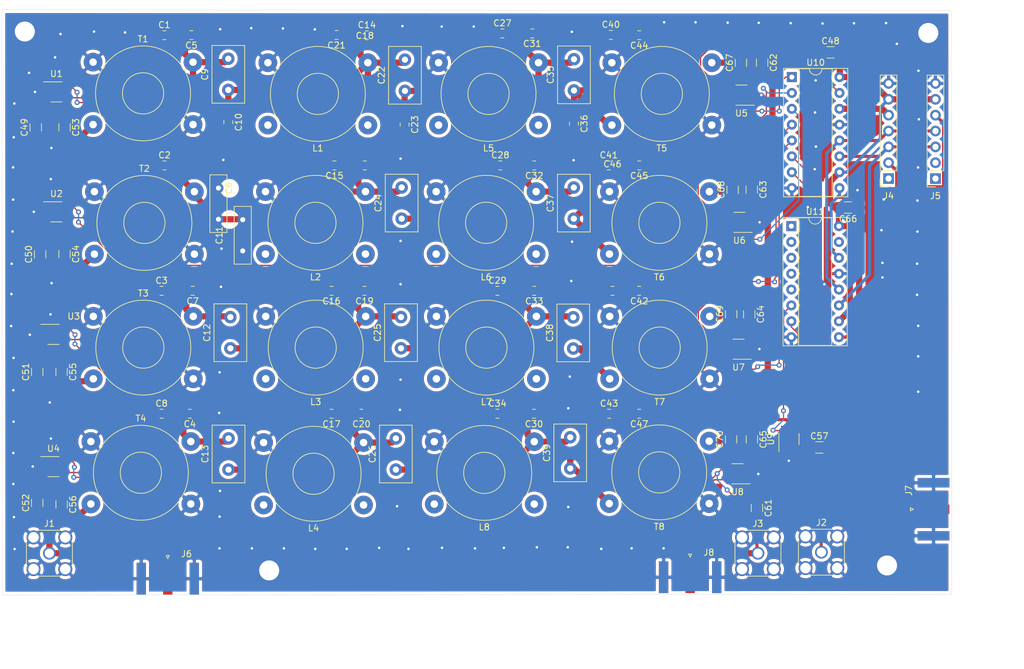
<source format=kicad_pcb>
(kicad_pcb (version 20171130) (host pcbnew "(5.1.5)-3")
  (layers (0 F.Cu signal) (31 B.Cu signal) (34 B.Paste user) (35 F.Paste user) (36 B.SilkS user) (37 F.SilkS user) (38 B.Mask user) (39 F.Mask user) (44 Edge.Cuts user))
  (net 0 "")
  (net 1 "Net-(C1-Pad2)")
  (net 2 "Net-(C11-Pad2)")
  (net 3 "Net-(C13-Pad2)")
  (net 4 "Net-(C13-Pad1)")
  (net 5 GND)
  (net 6 "Net-(C26-Pad1)")
  (net 7 "Net-(C25-Pad1)")
  (net 8 SCLK)
  (net 9 Vcc)
  (net 10 "Net-(C24-Pad1)")
  (net 11 "Net-(C35-Pad1)")
  (net 12 "Net-(C37-Pad1)")
  (net 13 "Net-(U1-Pad1)")
  (net 14 "Net-(J4-Pad1)")
  (net 15 Dout)
  (net 16 RCLK)
  (net 17 SER)
  (net 18 "Net-(J5-Pad1)")
  (net 19 Qa)
  (net 20 Qb)
  (net 21 Qc)
  (net 22 Qd)
  (net 23 Qe)
  (net 24 Qf)
  (net 25 Qg)
  (net 26 Qh)
  (net 27 "Net-(U3-Pad1)")
  (net 28 "Net-(U4-Pad1)")
  (net 29 "Net-(U5-Pad1)")
  (net 30 "Net-(U6-Pad1)")
  (net 31 "Net-(U7-Pad1)")
  (net 32 "Net-(U8-Pad1)")
  (net 33 Qi)
  (net 34 Qj)
  (net 35 "Net-(C12-Pad2)")
  (net 36 "Net-(C10-Pad1)")
  (net 37 "Net-(C11-Pad1)")
  (net 38 "Net-(C12-Pad1)")
  (net 39 "Net-(C22-Pad1)")
  (net 40 "Net-(C38-Pad1)")
  (net 41 "Net-(C39-Pad1)")
  (net 42 "Net-(U2-Pad1)")
  (net 43 "Net-(U10-Pad9)")
  (net 44 "Net-(U11-Pad3)")
  (net 45 "Net-(U11-Pad2)")
  (net 46 "Net-(U11-Pad15)")
  (net 47 "Net-(U11-Pad1)")
  (net 48 "Net-(J5-Pad2)")
  (net 49 Ql)
  (net 50 Qk)
  (net 51 "Net-(C49-Pad2)")
  (net 52 "Net-(C49-Pad1)")
  (net 53 "Net-(C50-Pad2)")
  (net 54 "Net-(C51-Pad2)")
  (net 55 "Net-(C52-Pad2)")
  (net 56 "Net-(C53-Pad1)")
  (net 57 "Net-(C53-Pad2)")
  (net 58 "Net-(C54-Pad2)")
  (net 59 "Net-(C54-Pad1)")
  (net 60 "Net-(C55-Pad2)")
  (net 61 "Net-(C55-Pad1)")
  (net 62 "Net-(C56-Pad2)")
  (net 63 "Net-(C56-Pad1)")
  (net 64 "Net-(C57-Pad1)")
  (net 65 "Net-(C57-Pad2)")
  (net 66 "Net-(C61-Pad1)")
  (net 67 "Net-(C61-Pad2)")
  (net 68 "Net-(C62-Pad1)")
  (net 69 "Net-(C62-Pad2)")
  (net 70 "Net-(C63-Pad2)")
  (net 71 "Net-(C64-Pad2)")
  (net 72 "Net-(C65-Pad2)")
  (net 73 "Net-(C67-Pad1)")
  (net 74 "Net-(C67-Pad2)")
  (net 75 "Net-(C68-Pad2)")
  (net 76 "Net-(C68-Pad1)")
  (net 77 "Net-(C69-Pad1)")
  (net 78 "Net-(C69-Pad2)")
  (net 79 "Net-(C70-Pad2)")
  (net 80 "Net-(C70-Pad1)")
  (module Capacitor_THT:C_Disc_D9.0mm_W2.5mm_P5.00mm (layer F.Cu) (at 91.2495 48.98898 270)
    (fp_text reference C6 (at 0 -1.65 90) (layer F.SilkS))
    (fp_text value "30p Trim")
    (pad 2 thru_hole circle (at 5 0 270) (size 1.6 1.6) (drill 0.8) (layers *.Cu *.Mask) (net 2 "Net-(C11-Pad2)"))
    (pad 1 thru_hole circle (at 0 0 270) (size 1.6 1.6) (drill 0.8) (layers *.Cu *.Mask) (net 5 GND))
  )
  (module Capacitor_THT:C_Disc_D9.0mm_W2.5mm_P5.00mm (layer F.Cu) (at 95.1357 59.05246 90)
    (fp_text reference C11 (at 2.5 -3.75 90) (layer F.SilkS))
    (fp_text value 39p)
    (pad 2 thru_hole circle (at 5 0 90) (size 1.6 1.6) (drill 0.8) (layers *.Cu *.Mask) (net 2 "Net-(C11-Pad2)"))
    (pad 1 thru_hole circle (at 0 0 90) (size 1.6 1.6) (drill 0.8) (layers *.Cu *.Mask) (net 37 "Net-(C11-Pad1)"))
  )
  (module MountingHole:MountingHole_3.2mm_M3 (layer F.Cu) (at 99.36734 110.236)
    (fp_text reference " " (at 0 -4.2) (layer F.SilkS))
    (fp_text value " ")
    (pad 1 np_thru_hole circle (at 0 0) (size 3.2 3.2) (drill 3.2) (layers *.Cu *.Mask))
  )
  (module MountingHole:MountingHole_3.2mm_M3 (layer F.Cu) (at 60.25642 23.91156)
    (fp_text reference " " (at 0 -4.2) (layer F.SilkS))
    (fp_text value " ")
    (pad 1 np_thru_hole circle (at 0 0) (size 3.2 3.2) (drill 3.2) (layers *.Cu *.Mask))
  )
  (module MountingHole:MountingHole_3.2mm_M3 (layer F.Cu) (at 204.86878 24.1427)
    (fp_text reference " " (at 0 -4.2) (layer F.SilkS))
    (fp_text value " ")
    (pad 1 np_thru_hole circle (at 0 0) (size 3.2 3.2) (drill 3.2) (layers *.Cu *.Mask))
  )
  (module MountingHole:MountingHole_3.2mm_M3 (layer F.Cu) (at 198.26986 109.44098)
    (fp_text reference " " (at 0 -4.2) (layer F.SilkS))
    (fp_text value " ")
    (pad 1 np_thru_hole circle (at 0 0) (size 3.2 3.2) (drill 3.2) (layers *.Cu *.Mask))
  )
  (module Capacitor_SMD:C_1206_3216Metric_Pad1.42x1.75mm_HandSolder (layer F.Cu) (at 187.4266 90.54338)
    (fp_text reference C57 (at 0 -1.82) (layer F.SilkS))
    (fp_text value 100n)
    (pad 2 smd roundrect (at 1.4875 0) (size 1.425 1.75) (layers F.Cu F.Paste F.Mask) (roundrect_rratio 0.175439) (net 65 "Net-(C57-Pad2)"))
    (pad 1 smd roundrect (at -1.4875 0) (size 1.425 1.75) (layers F.Cu F.Paste F.Mask) (roundrect_rratio 0.175439) (net 64 "Net-(C57-Pad1)"))
  )
  (module Transformer_THT:Transformer_Toroid_Horizontal_D14.0mm_Amidon-T50 (layer F.Cu) (at 70.83044 99.58832)
    (fp_text reference T4 (at 8 -13.7) (layer F.SilkS))
    (fp_text value "21/4T T50-2 (2.2uH)")
    (pad 1 thru_hole circle (at 0 0) (size 3 3) (drill 1.2) (layers *.Cu *.Mask) (net 62 "Net-(C56-Pad2)"))
    (pad 2 thru_hole circle (at 16 0) (size 3 3) (drill 1.2) (layers *.Cu *.Mask) (net 5 GND))
    (pad 3 thru_hole circle (at 0 -10) (size 3 3) (drill 1.2) (layers *.Cu *.Mask) (net 5 GND))
    (pad 4 thru_hole circle (at 16 -10) (size 3 3) (drill 1.2) (layers *.Cu *.Mask) (net 3 "Net-(C13-Pad2)"))
  )
  (module Transformer_THT:Transformer_Toroid_Horizontal_D14.0mm_Amidon-T50 (layer F.Cu) (at 114.4758 89.75344 180)
    (fp_text reference L4 (at 8 -13.7) (layer F.SilkS))
    (fp_text value "30T T50-2")
    (pad 4 thru_hole circle (at 16 -10 180) (size 3 3) (drill 1.2) (layers *.Cu *.Mask))
    (pad 3 thru_hole circle (at 0 -10 180) (size 3 3) (drill 1.2) (layers *.Cu *.Mask))
    (pad 2 thru_hole circle (at 16 0 180) (size 3 3) (drill 1.2) (layers *.Cu *.Mask) (net 5 GND))
    (pad 1 thru_hole circle (at 0 0 180) (size 3 3) (drill 1.2) (layers *.Cu *.Mask) (net 4 "Net-(C13-Pad1)"))
  )
  (module Connector_PinSocket_2.54mm:PinSocket_1x07_P2.54mm_Vertical (layer F.Cu) (at 206.0194 47.4726 180)
    (fp_text reference J5 (at 0 -2.77) (layer F.SilkS))
    (fp_text value Conn_01x07)
    (pad 7 thru_hole oval (at 0 15.24 180) (size 1.7 1.7) (drill 1) (layers *.Cu *.Mask) (net 5 GND))
    (pad 6 thru_hole oval (at 0 12.7 180) (size 1.7 1.7) (drill 1) (layers *.Cu *.Mask) (net 9 Vcc))
    (pad 5 thru_hole oval (at 0 10.16 180) (size 1.7 1.7) (drill 1) (layers *.Cu *.Mask) (net 15 Dout))
    (pad 4 thru_hole oval (at 0 7.62 180) (size 1.7 1.7) (drill 1) (layers *.Cu *.Mask) (net 16 RCLK))
    (pad 3 thru_hole oval (at 0 5.08 180) (size 1.7 1.7) (drill 1) (layers *.Cu *.Mask) (net 8 SCLK))
    (pad 2 thru_hole oval (at 0 2.54 180) (size 1.7 1.7) (drill 1) (layers *.Cu *.Mask) (net 48 "Net-(J5-Pad2)"))
    (pad 1 thru_hole rect (at 0 0 180) (size 1.7 1.7) (drill 1) (layers *.Cu *.Mask) (net 18 "Net-(J5-Pad1)"))
  )
  (module Package_DIP:DIP-16_W7.62mm_Socket (layer F.Cu) (at 182.94604 55.08752)
    (fp_text reference U11 (at 3.81 -2.33) (layer F.SilkS))
    (fp_text value 74HC595)
    (pad 16 thru_hole oval (at 7.62 0) (size 1.6 1.6) (drill 0.8) (layers *.Cu *.Mask) (net 9 Vcc))
    (pad 8 thru_hole oval (at 0 17.78) (size 1.6 1.6) (drill 0.8) (layers *.Cu *.Mask) (net 5 GND))
    (pad 15 thru_hole oval (at 7.62 2.54) (size 1.6 1.6) (drill 0.8) (layers *.Cu *.Mask) (net 46 "Net-(U11-Pad15)"))
    (pad 7 thru_hole oval (at 0 15.24) (size 1.6 1.6) (drill 0.8) (layers *.Cu *.Mask) (net 33 Qi))
    (pad 14 thru_hole oval (at 7.62 5.08) (size 1.6 1.6) (drill 0.8) (layers *.Cu *.Mask) (net 43 "Net-(U10-Pad9)"))
    (pad 6 thru_hole oval (at 0 12.7) (size 1.6 1.6) (drill 0.8) (layers *.Cu *.Mask) (net 34 Qj))
    (pad 13 thru_hole oval (at 7.62 7.62) (size 1.6 1.6) (drill 0.8) (layers *.Cu *.Mask) (net 5 GND))
    (pad 5 thru_hole oval (at 0 10.16) (size 1.6 1.6) (drill 0.8) (layers *.Cu *.Mask) (net 49 Ql))
    (pad 12 thru_hole oval (at 7.62 10.16) (size 1.6 1.6) (drill 0.8) (layers *.Cu *.Mask) (net 16 RCLK))
    (pad 4 thru_hole oval (at 0 7.62) (size 1.6 1.6) (drill 0.8) (layers *.Cu *.Mask) (net 50 Qk))
    (pad 11 thru_hole oval (at 7.62 12.7) (size 1.6 1.6) (drill 0.8) (layers *.Cu *.Mask) (net 8 SCLK))
    (pad 3 thru_hole oval (at 0 5.08) (size 1.6 1.6) (drill 0.8) (layers *.Cu *.Mask) (net 44 "Net-(U11-Pad3)"))
    (pad 10 thru_hole oval (at 7.62 15.24) (size 1.6 1.6) (drill 0.8) (layers *.Cu *.Mask) (net 9 Vcc))
    (pad 2 thru_hole oval (at 0 2.54) (size 1.6 1.6) (drill 0.8) (layers *.Cu *.Mask) (net 45 "Net-(U11-Pad2)"))
    (pad 9 thru_hole oval (at 7.62 17.78) (size 1.6 1.6) (drill 0.8) (layers *.Cu *.Mask) (net 15 Dout))
    (pad 1 thru_hole rect (at 0 0) (size 1.6 1.6) (drill 0.8) (layers *.Cu *.Mask) (net 47 "Net-(U11-Pad1)"))
  )
  (module Capacitor_SMD:C_1206_3216Metric_Pad1.42x1.75mm_HandSolder (layer F.Cu) (at 189.21984 27.2542)
    (fp_text reference C48 (at 0 -1.82) (layer F.SilkS))
    (fp_text value 100n)
    (pad 2 smd roundrect (at 1.4875 0) (size 1.425 1.75) (layers F.Cu F.Paste F.Mask) (roundrect_rratio 0.175439) (net 9 Vcc))
    (pad 1 smd roundrect (at -1.4875 0) (size 1.425 1.75) (layers F.Cu F.Paste F.Mask) (roundrect_rratio 0.175439) (net 5 GND))
  )
  (module Package_TO_SOT_SMD:SOT-23-6_Handsoldering (layer F.Cu) (at 174.97044 34.10204 180)
    (fp_text reference U5 (at 0 -2.9) (layer F.SilkS))
    (fp_text value AS169-73LF)
    (pad 1 smd rect (at -1.35 -0.95 180) (size 1.56 0.65) (layers F.Cu F.Paste F.Mask) (net 29 "Net-(U5-Pad1)"))
    (pad 2 smd rect (at -1.35 0 180) (size 1.56 0.65) (layers F.Cu F.Paste F.Mask) (net 5 GND))
    (pad 3 smd rect (at -1.35 0.95 180) (size 1.56 0.65) (layers F.Cu F.Paste F.Mask) (net 69 "Net-(C62-Pad2)"))
    (pad 4 smd rect (at 1.35 0.95 180) (size 1.56 0.65) (layers F.Cu F.Paste F.Mask) (net 19 Qa))
    (pad 6 smd rect (at 1.35 -0.95 180) (size 1.56 0.65) (layers F.Cu F.Paste F.Mask) (net 20 Qb))
    (pad 5 smd rect (at 1.35 0 180) (size 1.56 0.65) (layers F.Cu F.Paste F.Mask) (net 73 "Net-(C67-Pad1)"))
  )
  (module Connector_PinSocket_2.54mm:PinSocket_1x07_P2.54mm_Vertical (layer F.Cu) (at 198.51116 47.46752 180)
    (fp_text reference J4 (at 0 -2.77) (layer F.SilkS))
    (fp_text value Conn_01x07)
    (pad 1 thru_hole rect (at 0 0 180) (size 1.7 1.7) (drill 1) (layers *.Cu *.Mask) (net 14 "Net-(J4-Pad1)"))
    (pad 2 thru_hole oval (at 0 2.54 180) (size 1.7 1.7) (drill 1) (layers *.Cu *.Mask) (net 15 Dout))
    (pad 3 thru_hole oval (at 0 5.08 180) (size 1.7 1.7) (drill 1) (layers *.Cu *.Mask) (net 8 SCLK))
    (pad 4 thru_hole oval (at 0 7.62 180) (size 1.7 1.7) (drill 1) (layers *.Cu *.Mask) (net 16 RCLK))
    (pad 5 thru_hole oval (at 0 10.16 180) (size 1.7 1.7) (drill 1) (layers *.Cu *.Mask) (net 17 SER))
    (pad 6 thru_hole oval (at 0 12.7 180) (size 1.7 1.7) (drill 1) (layers *.Cu *.Mask) (net 9 Vcc))
    (pad 7 thru_hole oval (at 0 15.24 180) (size 1.7 1.7) (drill 1) (layers *.Cu *.Mask) (net 5 GND))
  )
  (module Transformer_THT:Transformer_Toroid_Horizontal_D14.0mm_Amidon-T50 (layer F.Cu) (at 115.1616 28.90414 180)
    (fp_text reference L1 (at 8 -13.7) (layer F.SilkS))
    (fp_text value "8uH 40T T50-2")
    (pad 1 thru_hole circle (at 0 0 180) (size 3 3) (drill 1.2) (layers *.Cu *.Mask) (net 36 "Net-(C10-Pad1)"))
    (pad 2 thru_hole circle (at 16 0 180) (size 3 3) (drill 1.2) (layers *.Cu *.Mask) (net 5 GND))
    (pad 3 thru_hole circle (at 0 -10 180) (size 3 3) (drill 1.2) (layers *.Cu *.Mask))
    (pad 4 thru_hole circle (at 16 -10 180) (size 3 3) (drill 1.2) (layers *.Cu *.Mask))
  )
  (module Transformer_THT:Transformer_Toroid_Horizontal_D14.0mm_Amidon-T50 (layer F.Cu) (at 142.48384 28.90414 180)
    (fp_text reference L5 (at 8 -13.7) (layer F.SilkS))
    (fp_text value "8uH 40T T50-2")
    (pad 4 thru_hole circle (at 16 -10 180) (size 3 3) (drill 1.2) (layers *.Cu *.Mask))
    (pad 3 thru_hole circle (at 0 -10 180) (size 3 3) (drill 1.2) (layers *.Cu *.Mask))
    (pad 2 thru_hole circle (at 16 0 180) (size 3 3) (drill 1.2) (layers *.Cu *.Mask) (net 5 GND))
    (pad 1 thru_hole circle (at 0 0 180) (size 3 3) (drill 1.2) (layers *.Cu *.Mask) (net 39 "Net-(C22-Pad1)"))
  )
  (module Capacitor_THT:C_Disc_D9.0mm_W5.0mm_P5.00mm (layer F.Cu) (at 92.82684 33.26892 90)
    (fp_text reference C9 (at 2.5 -3.75 90) (layer F.SilkS))
    (fp_text value 15p)
    (pad 1 thru_hole circle (at 0 0 90) (size 2 2) (drill 1) (layers *.Cu *.Mask) (net 36 "Net-(C10-Pad1)"))
    (pad 2 thru_hole circle (at 5 0 90) (size 2 2) (drill 1) (layers *.Cu *.Mask) (net 1 "Net-(C1-Pad2)"))
  )
  (module Capacitor_THT:C_Disc_D9.0mm_W5.0mm_P5.00mm (layer F.Cu) (at 121.09704 33.42132 90)
    (fp_text reference C22 (at 2.5 -3.75 90) (layer F.SilkS))
    (fp_text value 10p)
    (pad 1 thru_hole circle (at 0 0 90) (size 2 2) (drill 1) (layers *.Cu *.Mask) (net 39 "Net-(C22-Pad1)"))
    (pad 2 thru_hole circle (at 5 0 90) (size 2 2) (drill 1) (layers *.Cu *.Mask) (net 36 "Net-(C10-Pad1)"))
  )
  (module Capacitor_THT:C_Disc_D9.0mm_W5.0mm_P5.00mm (layer F.Cu) (at 148.15312 33.3502 90)
    (fp_text reference C35 (at 2.5 -3.75 90) (layer F.SilkS))
    (fp_text value 15p)
    (pad 1 thru_hole circle (at 0 0 90) (size 2 2) (drill 1) (layers *.Cu *.Mask) (net 11 "Net-(C35-Pad1)"))
    (pad 2 thru_hole circle (at 5 0 90) (size 2 2) (drill 1) (layers *.Cu *.Mask) (net 39 "Net-(C22-Pad1)"))
  )
  (module Capacitor_THT:C_Disc_D9.0mm_W5.0mm_P5.00mm (layer F.Cu) (at 120.5738 53.88864 90)
    (fp_text reference C24 (at 2.5 -3.75 90) (layer F.SilkS))
    (fp_text value 27p)
    (pad 1 thru_hole circle (at 0 0 90) (size 2 2) (drill 1) (layers *.Cu *.Mask) (net 10 "Net-(C24-Pad1)"))
    (pad 2 thru_hole circle (at 5 0 90) (size 2 2) (drill 1) (layers *.Cu *.Mask) (net 37 "Net-(C11-Pad1)"))
  )
  (module Capacitor_THT:C_Disc_D9.0mm_W5.0mm_P5.00mm (layer F.Cu) (at 148.12772 53.8988 90)
    (fp_text reference C37 (at 2.5 -3.75 90) (layer F.SilkS))
    (fp_text value 39p)
    (pad 2 thru_hole circle (at 5 0 90) (size 2 2) (drill 1) (layers *.Cu *.Mask) (net 10 "Net-(C24-Pad1)"))
    (pad 1 thru_hole circle (at 0 0 90) (size 2 2) (drill 1) (layers *.Cu *.Mask) (net 12 "Net-(C37-Pad1)"))
  )
  (module Capacitor_THT:C_Disc_D9.0mm_W5.0mm_P5.00mm (layer F.Cu) (at 93.15704 74.66076 90)
    (fp_text reference C12 (at 2.5 -3.75 90) (layer F.SilkS))
    (fp_text value 10p)
    (pad 1 thru_hole circle (at 0 0 90) (size 2 2) (drill 1) (layers *.Cu *.Mask) (net 38 "Net-(C12-Pad1)"))
    (pad 2 thru_hole circle (at 5 0 90) (size 2 2) (drill 1) (layers *.Cu *.Mask) (net 35 "Net-(C12-Pad2)"))
  )
  (module Capacitor_THT:C_Disc_D9.0mm_W5.0mm_P5.00mm (layer F.Cu) (at 120.46712 74.65568 90)
    (fp_text reference C25 (at 2.5 -3.75 90) (layer F.SilkS))
    (fp_text value 6.8p)
    (pad 2 thru_hole circle (at 5 0 90) (size 2 2) (drill 1) (layers *.Cu *.Mask) (net 38 "Net-(C12-Pad1)"))
    (pad 1 thru_hole circle (at 0 0 90) (size 2 2) (drill 1) (layers *.Cu *.Mask) (net 7 "Net-(C25-Pad1)"))
  )
  (module Capacitor_THT:C_Disc_D9.0mm_W5.0mm_P5.00mm (layer F.Cu) (at 148.04136 74.69124 90)
    (fp_text reference C38 (at 2.5 -3.75 90) (layer F.SilkS))
    (fp_text value 10p)
    (pad 2 thru_hole circle (at 5 0 90) (size 2 2) (drill 1) (layers *.Cu *.Mask) (net 7 "Net-(C25-Pad1)"))
    (pad 1 thru_hole circle (at 0 0 90) (size 2 2) (drill 1) (layers *.Cu *.Mask) (net 40 "Net-(C38-Pad1)"))
  )
  (module Transformer_THT:Transformer_Toroid_Horizontal_D14.0mm_Amidon-T50 (layer F.Cu) (at 114.77552 49.55524 180)
    (fp_text reference L2 (at 8 -13.7) (layer F.SilkS))
    (fp_text value "30T T50-2")
    (pad 4 thru_hole circle (at 16 -10 180) (size 3 3) (drill 1.2) (layers *.Cu *.Mask))
    (pad 3 thru_hole circle (at 0 -10 180) (size 3 3) (drill 1.2) (layers *.Cu *.Mask))
    (pad 2 thru_hole circle (at 16 0 180) (size 3 3) (drill 1.2) (layers *.Cu *.Mask) (net 5 GND))
    (pad 1 thru_hole circle (at 0 0 180) (size 3 3) (drill 1.2) (layers *.Cu *.Mask) (net 37 "Net-(C11-Pad1)"))
  )
  (module Transformer_THT:Transformer_Toroid_Horizontal_D14.0mm_Amidon-T50 (layer F.Cu) (at 142.09776 49.55524 180)
    (fp_text reference L6 (at 8 -13.7) (layer F.SilkS))
    (fp_text value "30T T50-2")
    (pad 1 thru_hole circle (at 0 0 180) (size 3 3) (drill 1.2) (layers *.Cu *.Mask) (net 10 "Net-(C24-Pad1)"))
    (pad 2 thru_hole circle (at 16 0 180) (size 3 3) (drill 1.2) (layers *.Cu *.Mask) (net 5 GND))
    (pad 3 thru_hole circle (at 0 -10 180) (size 3 3) (drill 1.2) (layers *.Cu *.Mask))
    (pad 4 thru_hole circle (at 16 -10 180) (size 3 3) (drill 1.2) (layers *.Cu *.Mask))
  )
  (module Transformer_THT:Transformer_Toroid_Horizontal_D14.0mm_Amidon-T50 (layer F.Cu) (at 114.81616 69.54264 180)
    (fp_text reference L3 (at 8 -13.7) (layer F.SilkS))
    (fp_text value "30T T50-2")
    (pad 1 thru_hole circle (at 0 0 180) (size 3 3) (drill 1.2) (layers *.Cu *.Mask) (net 38 "Net-(C12-Pad1)"))
    (pad 2 thru_hole circle (at 16 0 180) (size 3 3) (drill 1.2) (layers *.Cu *.Mask) (net 5 GND))
    (pad 3 thru_hole circle (at 0 -10 180) (size 3 3) (drill 1.2) (layers *.Cu *.Mask))
    (pad 4 thru_hole circle (at 16 -10 180) (size 3 3) (drill 1.2) (layers *.Cu *.Mask))
  )
  (module Transformer_THT:Transformer_Toroid_Horizontal_D14.0mm_Amidon-T50 (layer F.Cu) (at 142.1384 69.54264 180)
    (fp_text reference L7 (at 8 -13.7) (layer F.SilkS))
    (fp_text value "30T T50-2")
    (pad 4 thru_hole circle (at 16 -10 180) (size 3 3) (drill 1.2) (layers *.Cu *.Mask))
    (pad 3 thru_hole circle (at 0 -10 180) (size 3 3) (drill 1.2) (layers *.Cu *.Mask))
    (pad 2 thru_hole circle (at 16 0 180) (size 3 3) (drill 1.2) (layers *.Cu *.Mask) (net 5 GND))
    (pad 1 thru_hole circle (at 0 0 180) (size 3 3) (drill 1.2) (layers *.Cu *.Mask) (net 7 "Net-(C25-Pad1)"))
  )
  (module Transformer_THT:Transformer_Toroid_Horizontal_D14.0mm_Amidon-T50 (layer F.Cu) (at 71.18096 38.81628)
    (fp_text reference T1 (at 8 -13.7) (layer F.SilkS))
    (fp_text value "40/13T T50-2 (8uH)")
    (pad 4 thru_hole circle (at 16 -10) (size 3 3) (drill 1.2) (layers *.Cu *.Mask) (net 1 "Net-(C1-Pad2)"))
    (pad 3 thru_hole circle (at 0 -10) (size 3 3) (drill 1.2) (layers *.Cu *.Mask) (net 5 GND))
    (pad 2 thru_hole circle (at 16 0) (size 3 3) (drill 1.2) (layers *.Cu *.Mask) (net 5 GND))
    (pad 1 thru_hole circle (at 0 0) (size 3 3) (drill 1.2) (layers *.Cu *.Mask) (net 57 "Net-(C53-Pad2)"))
  )
  (module Transformer_THT:Transformer_Toroid_Horizontal_D14.0mm_Amidon-T50 (layer F.Cu) (at 170.22064 28.90414 180)
    (fp_text reference T5 (at 8 -13.7) (layer F.SilkS))
    (fp_text value "40/13T T50-2 (8uH)")
    (pad 4 thru_hole circle (at 16 -10 180) (size 3 3) (drill 1.2) (layers *.Cu *.Mask) (net 11 "Net-(C35-Pad1)"))
    (pad 3 thru_hole circle (at 0 -10 180) (size 3 3) (drill 1.2) (layers *.Cu *.Mask) (net 5 GND))
    (pad 2 thru_hole circle (at 16 0 180) (size 3 3) (drill 1.2) (layers *.Cu *.Mask) (net 5 GND))
    (pad 1 thru_hole circle (at 0 0 180) (size 3 3) (drill 1.2) (layers *.Cu *.Mask) (net 74 "Net-(C67-Pad2)"))
  )
  (module Transformer_THT:Transformer_Toroid_Horizontal_D14.0mm_Amidon-T50 (layer F.Cu) (at 71.39432 59.56808)
    (fp_text reference T2 (at 8 -13.7) (layer F.SilkS))
    (fp_text value "30/8T T50-2 (4.5uH)")
    (pad 4 thru_hole circle (at 16 -10) (size 3 3) (drill 1.2) (layers *.Cu *.Mask) (net 2 "Net-(C11-Pad2)"))
    (pad 3 thru_hole circle (at 0 -10) (size 3 3) (drill 1.2) (layers *.Cu *.Mask) (net 5 GND))
    (pad 2 thru_hole circle (at 16 0) (size 3 3) (drill 1.2) (layers *.Cu *.Mask) (net 5 GND))
    (pad 1 thru_hole circle (at 0 0) (size 3 3) (drill 1.2) (layers *.Cu *.Mask) (net 58 "Net-(C54-Pad2)"))
  )
  (module Transformer_THT:Transformer_Toroid_Horizontal_D14.0mm_Amidon-T50 (layer F.Cu) (at 169.83456 49.55524 180)
    (fp_text reference T6 (at 8 -13.7) (layer F.SilkS))
    (fp_text value "30/8T T50-2 (4.5uH)")
    (pad 1 thru_hole circle (at 0 0 180) (size 3 3) (drill 1.2) (layers *.Cu *.Mask) (net 75 "Net-(C68-Pad2)"))
    (pad 2 thru_hole circle (at 16 0 180) (size 3 3) (drill 1.2) (layers *.Cu *.Mask) (net 5 GND))
    (pad 3 thru_hole circle (at 0 -10 180) (size 3 3) (drill 1.2) (layers *.Cu *.Mask) (net 5 GND))
    (pad 4 thru_hole circle (at 16 -10 180) (size 3 3) (drill 1.2) (layers *.Cu *.Mask) (net 12 "Net-(C37-Pad1)"))
  )
  (module Transformer_THT:Transformer_Toroid_Horizontal_D14.0mm_Amidon-T50 (layer F.Cu) (at 71.2216 79.54264)
    (fp_text reference T3 (at 8 -13.7) (layer F.SilkS))
    (fp_text value "21/4T T50-2 (2.2uH)")
    (pad 4 thru_hole circle (at 16 -10) (size 3 3) (drill 1.2) (layers *.Cu *.Mask) (net 35 "Net-(C12-Pad2)"))
    (pad 3 thru_hole circle (at 0 -10) (size 3 3) (drill 1.2) (layers *.Cu *.Mask) (net 5 GND))
    (pad 2 thru_hole circle (at 16 0) (size 3 3) (drill 1.2) (layers *.Cu *.Mask) (net 5 GND))
    (pad 1 thru_hole circle (at 0 0) (size 3 3) (drill 1.2) (layers *.Cu *.Mask) (net 60 "Net-(C55-Pad2)"))
  )
  (module Transformer_THT:Transformer_Toroid_Horizontal_D14.0mm_Amidon-T50 (layer F.Cu) (at 169.8752 69.54264 180)
    (fp_text reference T7 (at 8 -13.7) (layer F.SilkS))
    (fp_text value "21/4T T50-2 (2.2uH)")
    (pad 1 thru_hole circle (at 0 0 180) (size 3 3) (drill 1.2) (layers *.Cu *.Mask) (net 78 "Net-(C69-Pad2)"))
    (pad 2 thru_hole circle (at 16 0 180) (size 3 3) (drill 1.2) (layers *.Cu *.Mask) (net 5 GND))
    (pad 3 thru_hole circle (at 0 -10 180) (size 3 3) (drill 1.2) (layers *.Cu *.Mask) (net 5 GND))
    (pad 4 thru_hole circle (at 16 -10 180) (size 3 3) (drill 1.2) (layers *.Cu *.Mask) (net 40 "Net-(C38-Pad1)"))
  )
  (module Capacitor_THT:C_Disc_D9.0mm_W5.0mm_P5.00mm (layer F.Cu) (at 92.8624 94.08832 90)
    (fp_text reference C13 (at 2.5 -3.75 90) (layer F.SilkS))
    (fp_text value 10p)
    (pad 2 thru_hole circle (at 5 0 90) (size 2 2) (drill 1) (layers *.Cu *.Mask) (net 3 "Net-(C13-Pad2)"))
    (pad 1 thru_hole circle (at 0 0 90) (size 2 2) (drill 1) (layers *.Cu *.Mask) (net 4 "Net-(C13-Pad1)"))
  )
  (module Capacitor_THT:C_Disc_D9.0mm_W5.0mm_P5.00mm (layer F.Cu) (at 119.64416 94.08832 90)
    (fp_text reference C26 (at 2.5 -3.75 90) (layer F.SilkS))
    (fp_text value 6.8p)
    (pad 1 thru_hole circle (at 0 0 90) (size 2 2) (drill 1) (layers *.Cu *.Mask) (net 6 "Net-(C26-Pad1)"))
    (pad 2 thru_hole circle (at 5 0 90) (size 2 2) (drill 1) (layers *.Cu *.Mask) (net 4 "Net-(C13-Pad1)"))
  )
  (module Capacitor_THT:C_Disc_D9.0mm_W5.0mm_P5.00mm (layer F.Cu) (at 147.55876 93.9038 90)
    (fp_text reference C39 (at 2.5 -3.75 90) (layer F.SilkS))
    (fp_text value 10p)
    (pad 1 thru_hole circle (at 0 0 90) (size 2 2) (drill 1) (layers *.Cu *.Mask) (net 41 "Net-(C39-Pad1)"))
    (pad 2 thru_hole circle (at 5 0 90) (size 2 2) (drill 1) (layers *.Cu *.Mask) (net 6 "Net-(C26-Pad1)"))
  )
  (module Connector_Coaxial:SMA_Amphenol_132134_Vertical (layer F.Cu) (at 64.19088 107.48264)
    (fp_text reference J1 (at 0 -4.75) (layer F.SilkS))
    (fp_text value Antenna)
    (pad 1 thru_hole circle (at 0 0) (size 2.05 2.05) (drill 1.5) (layers *.Cu *.Mask) (net 52 "Net-(C49-Pad1)"))
    (pad 2 thru_hole circle (at 2.54 2.54) (size 2.25 2.25) (drill 1.7) (layers *.Cu *.Mask) (net 5 GND))
    (pad 2 thru_hole circle (at 2.54 -2.54) (size 2.25 2.25) (drill 1.7) (layers *.Cu *.Mask) (net 5 GND))
    (pad 2 thru_hole circle (at -2.54 -2.54) (size 2.25 2.25) (drill 1.7) (layers *.Cu *.Mask) (net 5 GND))
    (pad 2 thru_hole circle (at -2.54 2.54) (size 2.25 2.25) (drill 1.7) (layers *.Cu *.Mask) (net 5 GND))
  )
  (module Connector_Coaxial:SMA_Amphenol_132134_Vertical (layer F.Cu) (at 187.76188 107.32008)
    (fp_text reference J2 (at 0 -4.75) (layer F.SilkS))
    (fp_text value Rx)
    (pad 1 thru_hole circle (at 0 0) (size 2.05 2.05) (drill 1.5) (layers *.Cu *.Mask) (net 65 "Net-(C57-Pad2)"))
    (pad 2 thru_hole circle (at 2.54 2.54) (size 2.25 2.25) (drill 1.7) (layers *.Cu *.Mask) (net 5 GND))
    (pad 2 thru_hole circle (at 2.54 -2.54) (size 2.25 2.25) (drill 1.7) (layers *.Cu *.Mask) (net 5 GND))
    (pad 2 thru_hole circle (at -2.54 -2.54) (size 2.25 2.25) (drill 1.7) (layers *.Cu *.Mask) (net 5 GND))
    (pad 2 thru_hole circle (at -2.54 2.54) (size 2.25 2.25) (drill 1.7) (layers *.Cu *.Mask) (net 5 GND))
  )
  (module Connector_Coaxial:SMA_Amphenol_132134_Vertical (layer F.Cu) (at 177.60188 107.48264)
    (fp_text reference J3 (at 0 -4.75) (layer F.SilkS))
    (fp_text value Tx)
    (pad 2 thru_hole circle (at -2.54 2.54) (size 2.25 2.25) (drill 1.7) (layers *.Cu *.Mask) (net 5 GND))
    (pad 2 thru_hole circle (at -2.54 -2.54) (size 2.25 2.25) (drill 1.7) (layers *.Cu *.Mask) (net 5 GND))
    (pad 2 thru_hole circle (at 2.54 -2.54) (size 2.25 2.25) (drill 1.7) (layers *.Cu *.Mask) (net 5 GND))
    (pad 2 thru_hole circle (at 2.54 2.54) (size 2.25 2.25) (drill 1.7) (layers *.Cu *.Mask) (net 5 GND))
    (pad 1 thru_hole circle (at 0 0) (size 2.05 2.05) (drill 1.5) (layers *.Cu *.Mask) (net 67 "Net-(C61-Pad2)"))
  )
  (module Transformer_THT:Transformer_Toroid_Horizontal_D14.0mm_Amidon-T50 (layer F.Cu) (at 141.79804 89.6112 180)
    (fp_text reference L8 (at 8 -13.7) (layer F.SilkS))
    (fp_text value "30T T50-2")
    (pad 1 thru_hole circle (at 0 0 180) (size 3 3) (drill 1.2) (layers *.Cu *.Mask) (net 6 "Net-(C26-Pad1)"))
    (pad 2 thru_hole circle (at 16 0 180) (size 3 3) (drill 1.2) (layers *.Cu *.Mask) (net 5 GND))
    (pad 3 thru_hole circle (at 0 -10 180) (size 3 3) (drill 1.2) (layers *.Cu *.Mask))
    (pad 4 thru_hole circle (at 16 -10 180) (size 3 3) (drill 1.2) (layers *.Cu *.Mask))
  )
  (module Transformer_THT:Transformer_Toroid_Horizontal_D14.0mm_Amidon-T50 (layer F.Cu) (at 169.799 89.52992 180)
    (fp_text reference T8 (at 8 -13.7) (layer F.SilkS))
    (fp_text value "21/4T T50-2 (2.2uH)")
    (pad 4 thru_hole circle (at 16 -10 180) (size 3 3) (drill 1.2) (layers *.Cu *.Mask) (net 41 "Net-(C39-Pad1)"))
    (pad 3 thru_hole circle (at 0 -10 180) (size 3 3) (drill 1.2) (layers *.Cu *.Mask) (net 5 GND))
    (pad 2 thru_hole circle (at 16 0 180) (size 3 3) (drill 1.2) (layers *.Cu *.Mask) (net 5 GND))
    (pad 1 thru_hole circle (at 0 0 180) (size 3 3) (drill 1.2) (layers *.Cu *.Mask) (net 79 "Net-(C70-Pad2)"))
  )
  (module Package_TO_SOT_SMD:SOT-23-6_Handsoldering (layer F.Cu) (at 65.31356 33.5788)
    (fp_text reference U1 (at 0 -2.9) (layer F.SilkS))
    (fp_text value AS169-73LF)
    (pad 1 smd rect (at -1.35 -0.95) (size 1.56 0.65) (layers F.Cu F.Paste F.Mask) (net 13 "Net-(U1-Pad1)"))
    (pad 2 smd rect (at -1.35 0) (size 1.56 0.65) (layers F.Cu F.Paste F.Mask) (net 5 GND))
    (pad 3 smd rect (at -1.35 0.95) (size 1.56 0.65) (layers F.Cu F.Paste F.Mask) (net 51 "Net-(C49-Pad2)"))
    (pad 4 smd rect (at 1.35 0.95) (size 1.56 0.65) (layers F.Cu F.Paste F.Mask) (net 19 Qa))
    (pad 6 smd rect (at 1.35 -0.95) (size 1.56 0.65) (layers F.Cu F.Paste F.Mask) (net 20 Qb))
    (pad 5 smd rect (at 1.35 0) (size 1.56 0.65) (layers F.Cu F.Paste F.Mask) (net 56 "Net-(C53-Pad1)"))
  )
  (module Package_DIP:DIP-16_W7.62mm_Socket (layer F.Cu) (at 183.0324 31.21152)
    (fp_text reference U10 (at 3.81 -2.33) (layer F.SilkS))
    (fp_text value 74HC595)
    (pad 1 thru_hole rect (at 0 0) (size 1.6 1.6) (drill 0.8) (layers *.Cu *.Mask) (net 20 Qb))
    (pad 9 thru_hole oval (at 7.62 17.78) (size 1.6 1.6) (drill 0.8) (layers *.Cu *.Mask) (net 43 "Net-(U10-Pad9)"))
    (pad 2 thru_hole oval (at 0 2.54) (size 1.6 1.6) (drill 0.8) (layers *.Cu *.Mask) (net 21 Qc))
    (pad 10 thru_hole oval (at 7.62 15.24) (size 1.6 1.6) (drill 0.8) (layers *.Cu *.Mask) (net 9 Vcc))
    (pad 3 thru_hole oval (at 0 5.08) (size 1.6 1.6) (drill 0.8) (layers *.Cu *.Mask) (net 22 Qd))
    (pad 11 thru_hole oval (at 7.62 12.7) (size 1.6 1.6) (drill 0.8) (layers *.Cu *.Mask) (net 8 SCLK))
    (pad 4 thru_hole oval (at 0 7.62) (size 1.6 1.6) (drill 0.8) (layers *.Cu *.Mask) (net 23 Qe))
    (pad 12 thru_hole oval (at 7.62 10.16) (size 1.6 1.6) (drill 0.8) (layers *.Cu *.Mask) (net 16 RCLK))
    (pad 5 thru_hole oval (at 0 10.16) (size 1.6 1.6) (drill 0.8) (layers *.Cu *.Mask) (net 24 Qf))
    (pad 13 thru_hole oval (at 7.62 7.62) (size 1.6 1.6) (drill 0.8) (layers *.Cu *.Mask) (net 5 GND))
    (pad 6 thru_hole oval (at 0 12.7) (size 1.6 1.6) (drill 0.8) (layers *.Cu *.Mask) (net 25 Qg))
    (pad 14 thru_hole oval (at 7.62 5.08) (size 1.6 1.6) (drill 0.8) (layers *.Cu *.Mask) (net 17 SER))
    (pad 7 thru_hole oval (at 0 15.24) (size 1.6 1.6) (drill 0.8) (layers *.Cu *.Mask) (net 26 Qh))
    (pad 15 thru_hole oval (at 7.62 2.54) (size 1.6 1.6) (drill 0.8) (layers *.Cu *.Mask) (net 19 Qa))
    (pad 8 thru_hole oval (at 0 17.78) (size 1.6 1.6) (drill 0.8) (layers *.Cu *.Mask) (net 5 GND))
    (pad 16 thru_hole oval (at 7.62 0) (size 1.6 1.6) (drill 0.8) (layers *.Cu *.Mask) (net 9 Vcc))
  )
  (module Package_TO_SOT_SMD:SOT-23-6_Handsoldering (layer F.Cu) (at 65.31356 52.79644)
    (fp_text reference U2 (at 0 -2.9) (layer F.SilkS))
    (fp_text value AS169-73LF)
    (pad 1 smd rect (at -1.35 -0.95) (size 1.56 0.65) (layers F.Cu F.Paste F.Mask) (net 42 "Net-(U2-Pad1)"))
    (pad 2 smd rect (at -1.35 0) (size 1.56 0.65) (layers F.Cu F.Paste F.Mask) (net 5 GND))
    (pad 3 smd rect (at -1.35 0.95) (size 1.56 0.65) (layers F.Cu F.Paste F.Mask) (net 53 "Net-(C50-Pad2)"))
    (pad 4 smd rect (at 1.35 0.95) (size 1.56 0.65) (layers F.Cu F.Paste F.Mask) (net 21 Qc))
    (pad 6 smd rect (at 1.35 -0.95) (size 1.56 0.65) (layers F.Cu F.Paste F.Mask) (net 22 Qd))
    (pad 5 smd rect (at 1.35 0) (size 1.56 0.65) (layers F.Cu F.Paste F.Mask) (net 59 "Net-(C54-Pad1)"))
  )
  (module Package_TO_SOT_SMD:SOT-23-6_Handsoldering (layer F.Cu) (at 64.8462 72.43064)
    (fp_text reference U3 (at 3.237239 -2.9) (layer F.SilkS))
    (fp_text value AS169-73LF)
    (pad 5 smd rect (at 1.35 0) (size 1.56 0.65) (layers F.Cu F.Paste F.Mask) (net 61 "Net-(C55-Pad1)"))
    (pad 6 smd rect (at 1.35 -0.95) (size 1.56 0.65) (layers F.Cu F.Paste F.Mask) (net 24 Qf))
    (pad 4 smd rect (at 1.35 0.95) (size 1.56 0.65) (layers F.Cu F.Paste F.Mask) (net 23 Qe))
    (pad 3 smd rect (at -1.35 0.95) (size 1.56 0.65) (layers F.Cu F.Paste F.Mask) (net 54 "Net-(C51-Pad2)"))
    (pad 2 smd rect (at -1.35 0) (size 1.56 0.65) (layers F.Cu F.Paste F.Mask) (net 5 GND))
    (pad 1 smd rect (at -1.35 -0.95) (size 1.56 0.65) (layers F.Cu F.Paste F.Mask) (net 27 "Net-(U3-Pad1)"))
  )
  (module Package_TO_SOT_SMD:SOT-23-6_Handsoldering (layer F.Cu) (at 64.8462 93.60916)
    (fp_text reference U4 (at 0 -2.9) (layer F.SilkS))
    (fp_text value AS169-73LF)
    (pad 1 smd rect (at -1.35 -0.95) (size 1.56 0.65) (layers F.Cu F.Paste F.Mask) (net 28 "Net-(U4-Pad1)"))
    (pad 2 smd rect (at -1.35 0) (size 1.56 0.65) (layers F.Cu F.Paste F.Mask) (net 5 GND))
    (pad 3 smd rect (at -1.35 0.95) (size 1.56 0.65) (layers F.Cu F.Paste F.Mask) (net 55 "Net-(C52-Pad2)"))
    (pad 4 smd rect (at 1.35 0.95) (size 1.56 0.65) (layers F.Cu F.Paste F.Mask) (net 25 Qg))
    (pad 6 smd rect (at 1.35 -0.95) (size 1.56 0.65) (layers F.Cu F.Paste F.Mask) (net 26 Qh))
    (pad 5 smd rect (at 1.35 0) (size 1.56 0.65) (layers F.Cu F.Paste F.Mask) (net 63 "Net-(C56-Pad1)"))
  )
  (module Package_TO_SOT_SMD:SOT-23-6_Handsoldering (layer F.Cu) (at 174.64024 54.47792 180)
    (fp_text reference U6 (at 0 -2.9) (layer F.SilkS))
    (fp_text value AS169-73LF)
    (pad 5 smd rect (at 1.35 0 180) (size 1.56 0.65) (layers F.Cu F.Paste F.Mask) (net 76 "Net-(C68-Pad1)"))
    (pad 6 smd rect (at 1.35 -0.95 180) (size 1.56 0.65) (layers F.Cu F.Paste F.Mask) (net 22 Qd))
    (pad 4 smd rect (at 1.35 0.95 180) (size 1.56 0.65) (layers F.Cu F.Paste F.Mask) (net 21 Qc))
    (pad 3 smd rect (at -1.35 0.95 180) (size 1.56 0.65) (layers F.Cu F.Paste F.Mask) (net 70 "Net-(C63-Pad2)"))
    (pad 2 smd rect (at -1.35 0 180) (size 1.56 0.65) (layers F.Cu F.Paste F.Mask) (net 5 GND))
    (pad 1 smd rect (at -1.35 -0.95 180) (size 1.56 0.65) (layers F.Cu F.Paste F.Mask) (net 30 "Net-(U6-Pad1)"))
  )
  (module Package_TO_SOT_SMD:SOT-23-6_Handsoldering (layer F.Cu) (at 174.50308 74.79792 180)
    (fp_text reference U7 (at 0 -2.9) (layer F.SilkS))
    (fp_text value AS169-73LF)
    (pad 5 smd rect (at 1.35 0 180) (size 1.56 0.65) (layers F.Cu F.Paste F.Mask) (net 77 "Net-(C69-Pad1)"))
    (pad 6 smd rect (at 1.35 -0.95 180) (size 1.56 0.65) (layers F.Cu F.Paste F.Mask) (net 24 Qf))
    (pad 4 smd rect (at 1.35 0.95 180) (size 1.56 0.65) (layers F.Cu F.Paste F.Mask) (net 23 Qe))
    (pad 3 smd rect (at -1.35 0.95 180) (size 1.56 0.65) (layers F.Cu F.Paste F.Mask) (net 71 "Net-(C64-Pad2)"))
    (pad 2 smd rect (at -1.35 0 180) (size 1.56 0.65) (layers F.Cu F.Paste F.Mask) (net 5 GND))
    (pad 1 smd rect (at -1.35 -0.95 180) (size 1.56 0.65) (layers F.Cu F.Paste F.Mask) (net 31 "Net-(U7-Pad1)"))
  )
  (module Package_TO_SOT_SMD:SOT-23-6_Handsoldering (layer F.Cu) (at 174.32528 94.76232 180)
    (fp_text reference U8 (at 0 -2.9) (layer F.SilkS))
    (fp_text value AS169-73LF)
    (pad 5 smd rect (at 1.35 0 180) (size 1.56 0.65) (layers F.Cu F.Paste F.Mask) (net 80 "Net-(C70-Pad1)"))
    (pad 6 smd rect (at 1.35 -0.95 180) (size 1.56 0.65) (layers F.Cu F.Paste F.Mask) (net 26 Qh))
    (pad 4 smd rect (at 1.35 0.95 180) (size 1.56 0.65) (layers F.Cu F.Paste F.Mask) (net 25 Qg))
    (pad 3 smd rect (at -1.35 0.95 180) (size 1.56 0.65) (layers F.Cu F.Paste F.Mask) (net 72 "Net-(C65-Pad2)"))
    (pad 2 smd rect (at -1.35 0 180) (size 1.56 0.65) (layers F.Cu F.Paste F.Mask) (net 5 GND))
    (pad 1 smd rect (at -1.35 -0.95 180) (size 1.56 0.65) (layers F.Cu F.Paste F.Mask) (net 32 "Net-(U8-Pad1)"))
  )
  (module Package_TO_SOT_SMD:SOT-23-6_Handsoldering (layer F.Cu) (at 182.56504 89.18956 90)
    (fp_text reference U9 (at 0 -2.9 90) (layer F.SilkS))
    (fp_text value AS169-73LF)
    (pad 1 smd rect (at -1.35 -0.95 90) (size 1.56 0.65) (layers F.Cu F.Paste F.Mask) (net 66 "Net-(C61-Pad1)"))
    (pad 2 smd rect (at -1.35 0 90) (size 1.56 0.65) (layers F.Cu F.Paste F.Mask) (net 5 GND))
    (pad 3 smd rect (at -1.35 0.95 90) (size 1.56 0.65) (layers F.Cu F.Paste F.Mask) (net 64 "Net-(C57-Pad1)"))
    (pad 4 smd rect (at 1.35 0.95 90) (size 1.56 0.65) (layers F.Cu F.Paste F.Mask) (net 33 Qi))
    (pad 6 smd rect (at 1.35 -0.95 90) (size 1.56 0.65) (layers F.Cu F.Paste F.Mask) (net 34 Qj))
    (pad 5 smd rect (at 1.35 0 90) (size 1.56 0.65) (layers F.Cu F.Paste F.Mask) (net 68 "Net-(C62-Pad1)"))
  )
  (module Capacitor_SMD:C_0805_2012Metric_Pad1.15x1.40mm_HandSolder (layer F.Cu) (at 82.59572 24.50592)
    (fp_text reference C1 (at 0 -1.65) (layer F.SilkS))
    (fp_text value 750p)
    (pad 1 smd roundrect (at -1.025 0) (size 1.15 1.4) (layers F.Cu F.Paste F.Mask) (roundrect_rratio 0.217391) (net 5 GND))
    (pad 2 smd roundrect (at 1.025 0) (size 1.15 1.4) (layers F.Cu F.Paste F.Mask) (roundrect_rratio 0.217391) (net 1 "Net-(C1-Pad2)"))
  )
  (module Capacitor_SMD:C_0805_2012Metric_Pad1.15x1.40mm_HandSolder (layer F.Cu) (at 82.61604 45.3644)
    (fp_text reference C2 (at 0 -1.65) (layer F.SilkS))
    (fp_text value 330p)
    (pad 1 smd roundrect (at -1.025 0) (size 1.15 1.4) (layers F.Cu F.Paste F.Mask) (roundrect_rratio 0.217391) (net 5 GND))
    (pad 2 smd roundrect (at 1.025 0) (size 1.15 1.4) (layers F.Cu F.Paste F.Mask) (roundrect_rratio 0.217391) (net 2 "Net-(C11-Pad2)"))
  )
  (module Capacitor_SMD:C_0805_2012Metric_Pad1.15x1.40mm_HandSolder (layer F.Cu) (at 82.14868 65.45072)
    (fp_text reference C3 (at 0 -1.65) (layer F.SilkS))
    (fp_text value 180p)
    (pad 1 smd roundrect (at -1.025 0) (size 1.15 1.4) (layers F.Cu F.Paste F.Mask) (roundrect_rratio 0.217391) (net 5 GND))
    (pad 2 smd roundrect (at 1.025 0) (size 1.15 1.4) (layers F.Cu F.Paste F.Mask) (roundrect_rratio 0.217391) (net 35 "Net-(C12-Pad2)"))
  )
  (module Capacitor_SMD:C_0805_2012Metric_Pad1.15x1.40mm_HandSolder (layer F.Cu) (at 86.66988 85.1408 180)
    (fp_text reference C4 (at 0 -1.65) (layer F.SilkS))
    (fp_text value 180p)
    (pad 2 smd roundrect (at 1.025 0 180) (size 1.15 1.4) (layers F.Cu F.Paste F.Mask) (roundrect_rratio 0.217391) (net 3 "Net-(C13-Pad2)"))
    (pad 1 smd roundrect (at -1.025 0 180) (size 1.15 1.4) (layers F.Cu F.Paste F.Mask) (roundrect_rratio 0.217391) (net 5 GND))
  )
  (module Capacitor_SMD:C_0805_2012Metric_Pad1.15x1.40mm_HandSolder (layer F.Cu) (at 86.92388 24.49068 180)
    (fp_text reference C5 (at 0 -1.65) (layer F.SilkS))
    (fp_text value "30p Trim")
    (pad 2 smd roundrect (at 1.025 0 180) (size 1.15 1.4) (layers F.Cu F.Paste F.Mask) (roundrect_rratio 0.217391) (net 1 "Net-(C1-Pad2)"))
    (pad 1 smd roundrect (at -1.025 0 180) (size 1.15 1.4) (layers F.Cu F.Paste F.Mask) (roundrect_rratio 0.217391) (net 5 GND))
  )
  (module Capacitor_SMD:C_0805_2012Metric_Pad1.15x1.40mm_HandSolder (layer F.Cu) (at 87.122 65.45072 180)
    (fp_text reference C7 (at 0 -1.65) (layer F.SilkS))
    (fp_text value "30p Trim")
    (pad 1 smd roundrect (at -1.025 0 180) (size 1.15 1.4) (layers F.Cu F.Paste F.Mask) (roundrect_rratio 0.217391) (net 5 GND))
    (pad 2 smd roundrect (at 1.025 0 180) (size 1.15 1.4) (layers F.Cu F.Paste F.Mask) (roundrect_rratio 0.217391) (net 35 "Net-(C12-Pad2)"))
  )
  (module Capacitor_SMD:C_0805_2012Metric_Pad1.15x1.40mm_HandSolder (layer F.Cu) (at 82.14868 85.1408)
    (fp_text reference C8 (at 0 -1.65) (layer F.SilkS))
    (fp_text value "30p Trim")
    (pad 1 smd roundrect (at -1.025 0) (size 1.15 1.4) (layers F.Cu F.Paste F.Mask) (roundrect_rratio 0.217391) (net 5 GND))
    (pad 2 smd roundrect (at 1.025 0) (size 1.15 1.4) (layers F.Cu F.Paste F.Mask) (roundrect_rratio 0.217391) (net 3 "Net-(C13-Pad2)"))
  )
  (module Capacitor_SMD:C_0805_2012Metric_Pad1.15x1.40mm_HandSolder (layer F.Cu) (at 92.82684 38.43528 270)
    (fp_text reference C10 (at 0 -1.65 90) (layer F.SilkS))
    (fp_text value 100p)
    (pad 2 smd roundrect (at 1.025 0 270) (size 1.15 1.4) (layers F.Cu F.Paste F.Mask) (roundrect_rratio 0.217391) (net 1 "Net-(C1-Pad2)"))
    (pad 1 smd roundrect (at -1.025 0 270) (size 1.15 1.4) (layers F.Cu F.Paste F.Mask) (roundrect_rratio 0.217391) (net 36 "Net-(C10-Pad1)"))
  )
  (module Capacitor_SMD:C_0805_2012Metric_Pad1.15x1.40mm_HandSolder (layer F.Cu) (at 115.0112 24.51608)
    (fp_text reference C14 (at 0 -1.65) (layer F.SilkS))
    (fp_text value 680)
    (pad 1 smd roundrect (at -1.025 0) (size 1.15 1.4) (layers F.Cu F.Paste F.Mask) (roundrect_rratio 0.217391) (net 36 "Net-(C10-Pad1)"))
    (pad 2 smd roundrect (at 1.025 0) (size 1.15 1.4) (layers F.Cu F.Paste F.Mask) (roundrect_rratio 0.217391) (net 5 GND))
  )
  (module Capacitor_SMD:C_0805_2012Metric_Pad1.15x1.40mm_HandSolder (layer F.Cu) (at 109.81944 45.3644 180)
    (fp_text reference C15 (at 0 -1.65) (layer F.SilkS))
    (fp_text value 330p)
    (pad 1 smd roundrect (at -1.025 0 180) (size 1.15 1.4) (layers F.Cu F.Paste F.Mask) (roundrect_rratio 0.217391) (net 37 "Net-(C11-Pad1)"))
    (pad 2 smd roundrect (at 1.025 0 180) (size 1.15 1.4) (layers F.Cu F.Paste F.Mask) (roundrect_rratio 0.217391) (net 5 GND))
  )
  (module Capacitor_SMD:C_0805_2012Metric_Pad1.15x1.40mm_HandSolder (layer F.Cu) (at 109.35208 65.45072 180)
    (fp_text reference C16 (at 0 -1.65) (layer F.SilkS))
    (fp_text value 180p)
    (pad 1 smd roundrect (at -1.025 0 180) (size 1.15 1.4) (layers F.Cu F.Paste F.Mask) (roundrect_rratio 0.217391) (net 38 "Net-(C12-Pad1)"))
    (pad 2 smd roundrect (at 1.025 0 180) (size 1.15 1.4) (layers F.Cu F.Paste F.Mask) (roundrect_rratio 0.217391) (net 5 GND))
  )
  (module Capacitor_SMD:C_0805_2012Metric_Pad1.15x1.40mm_HandSolder (layer F.Cu) (at 109.35208 85.1408 180)
    (fp_text reference C17 (at 0 -1.65) (layer F.SilkS))
    (fp_text value 180p)
    (pad 2 smd roundrect (at 1.025 0 180) (size 1.15 1.4) (layers F.Cu F.Paste F.Mask) (roundrect_rratio 0.217391) (net 5 GND))
    (pad 1 smd roundrect (at -1.025 0 180) (size 1.15 1.4) (layers F.Cu F.Paste F.Mask) (roundrect_rratio 0.217391) (net 4 "Net-(C13-Pad1)"))
  )
  (module Capacitor_SMD:C_0805_2012Metric_Pad1.15x1.40mm_HandSolder (layer F.Cu) (at 114.681 45.3644 180)
    (fp_text reference C18 (at 0 20.781341) (layer F.SilkS))
    (fp_text value "30p Trim")
    (pad 2 smd roundrect (at 1.025 0 180) (size 1.15 1.4) (layers F.Cu F.Paste F.Mask) (roundrect_rratio 0.217391) (net 37 "Net-(C11-Pad1)"))
    (pad 1 smd roundrect (at -1.025 0 180) (size 1.15 1.4) (layers F.Cu F.Paste F.Mask) (roundrect_rratio 0.217391) (net 5 GND))
  )
  (module Capacitor_SMD:C_0805_2012Metric_Pad1.15x1.40mm_HandSolder (layer F.Cu) (at 114.62512 65.45072 180)
    (fp_text reference C19 (at 0 -1.65) (layer F.SilkS))
    (fp_text value "30p Trim")
    (pad 2 smd roundrect (at 1.025 0 180) (size 1.15 1.4) (layers F.Cu F.Paste F.Mask) (roundrect_rratio 0.217391) (net 38 "Net-(C12-Pad1)"))
    (pad 1 smd roundrect (at -1.025 0 180) (size 1.15 1.4) (layers F.Cu F.Paste F.Mask) (roundrect_rratio 0.217391) (net 5 GND))
  )
  (module Capacitor_SMD:C_0805_2012Metric_Pad1.15x1.40mm_HandSolder (layer F.Cu) (at 114.13744 85.1408 180)
    (fp_text reference C20 (at 0 -1.65) (layer F.SilkS))
    (fp_text value "30p Trim")
    (pad 1 smd roundrect (at -1.025 0 180) (size 1.15 1.4) (layers F.Cu F.Paste F.Mask) (roundrect_rratio 0.217391) (net 5 GND))
    (pad 2 smd roundrect (at 1.025 0 180) (size 1.15 1.4) (layers F.Cu F.Paste F.Mask) (roundrect_rratio 0.217391) (net 4 "Net-(C13-Pad1)"))
  )
  (module Capacitor_SMD:C_0805_2012Metric_Pad1.15x1.40mm_HandSolder (layer F.Cu) (at 110.14964 24.46528 180)
    (fp_text reference C21 (at 0 -1.65) (layer F.SilkS))
    (fp_text value 680)
    (pad 2 smd roundrect (at 1.025 0 180) (size 1.15 1.4) (layers F.Cu F.Paste F.Mask) (roundrect_rratio 0.217391) (net 5 GND))
    (pad 1 smd roundrect (at -1.025 0 180) (size 1.15 1.4) (layers F.Cu F.Paste F.Mask) (roundrect_rratio 0.217391) (net 36 "Net-(C10-Pad1)"))
  )
  (module Capacitor_SMD:C_0805_2012Metric_Pad1.15x1.40mm_HandSolder (layer F.Cu) (at 121.04624 38.81628 270)
    (fp_text reference C23 (at 0 -1.65 90) (layer F.SilkS))
    (fp_text value 68p)
    (pad 1 smd roundrect (at -1.025 0 270) (size 1.15 1.4) (layers F.Cu F.Paste F.Mask) (roundrect_rratio 0.217391) (net 39 "Net-(C22-Pad1)"))
    (pad 2 smd roundrect (at 1.025 0 270) (size 1.15 1.4) (layers F.Cu F.Paste F.Mask) (roundrect_rratio 0.217391) (net 36 "Net-(C10-Pad1)"))
  )
  (module Capacitor_SMD:C_0805_2012Metric_Pad1.15x1.40mm_HandSolder (layer F.Cu) (at 136.69772 24.21636)
    (fp_text reference C27 (at 0 -1.65) (layer F.SilkS))
    (fp_text value 680p)
    (pad 2 smd roundrect (at 1.025 0) (size 1.15 1.4) (layers F.Cu F.Paste F.Mask) (roundrect_rratio 0.217391) (net 39 "Net-(C22-Pad1)"))
    (pad 1 smd roundrect (at -1.025 0) (size 1.15 1.4) (layers F.Cu F.Paste F.Mask) (roundrect_rratio 0.217391) (net 5 GND))
  )
  (module Capacitor_SMD:C_0805_2012Metric_Pad1.15x1.40mm_HandSolder (layer F.Cu) (at 136.36752 45.3644)
    (fp_text reference C28 (at 0 -1.65) (layer F.SilkS))
    (fp_text value 330p)
    (pad 2 smd roundrect (at 1.025 0) (size 1.15 1.4) (layers F.Cu F.Paste F.Mask) (roundrect_rratio 0.217391) (net 10 "Net-(C24-Pad1)"))
    (pad 1 smd roundrect (at -1.025 0) (size 1.15 1.4) (layers F.Cu F.Paste F.Mask) (roundrect_rratio 0.217391) (net 5 GND))
  )
  (module Capacitor_SMD:C_0805_2012Metric_Pad1.15x1.40mm_HandSolder (layer F.Cu) (at 135.90016 65.45072)
    (fp_text reference C29 (at 0 -1.65) (layer F.SilkS))
    (fp_text value 180p)
    (pad 1 smd roundrect (at -1.025 0) (size 1.15 1.4) (layers F.Cu F.Paste F.Mask) (roundrect_rratio 0.217391) (net 5 GND))
    (pad 2 smd roundrect (at 1.025 0) (size 1.15 1.4) (layers F.Cu F.Paste F.Mask) (roundrect_rratio 0.217391) (net 7 "Net-(C25-Pad1)"))
  )
  (module Capacitor_SMD:C_0805_2012Metric_Pad1.15x1.40mm_HandSolder (layer F.Cu) (at 141.7574 85.1408 180)
    (fp_text reference C30 (at 0 -1.65) (layer F.SilkS))
    (fp_text value 180p)
    (pad 1 smd roundrect (at -1.025 0 180) (size 1.15 1.4) (layers F.Cu F.Paste F.Mask) (roundrect_rratio 0.217391) (net 5 GND))
    (pad 2 smd roundrect (at 1.025 0 180) (size 1.15 1.4) (layers F.Cu F.Paste F.Mask) (roundrect_rratio 0.217391) (net 6 "Net-(C26-Pad1)"))
  )
  (module Capacitor_SMD:C_0805_2012Metric_Pad1.15x1.40mm_HandSolder (layer F.Cu) (at 141.478 24.21636 180)
    (fp_text reference C31 (at 0 -1.65) (layer F.SilkS))
    (fp_text value 680p)
    (pad 1 smd roundrect (at -1.025 0 180) (size 1.15 1.4) (layers F.Cu F.Paste F.Mask) (roundrect_rratio 0.217391) (net 5 GND))
    (pad 2 smd roundrect (at 1.025 0 180) (size 1.15 1.4) (layers F.Cu F.Paste F.Mask) (roundrect_rratio 0.217391) (net 39 "Net-(C22-Pad1)"))
  )
  (module Capacitor_SMD:C_0805_2012Metric_Pad1.15x1.40mm_HandSolder (layer F.Cu) (at 141.79296 45.3644 180)
    (fp_text reference C32 (at 0 -1.65) (layer F.SilkS))
    (fp_text value "30p Trim")
    (pad 1 smd roundrect (at -1.025 0 180) (size 1.15 1.4) (layers F.Cu F.Paste F.Mask) (roundrect_rratio 0.217391) (net 5 GND))
    (pad 2 smd roundrect (at 1.025 0 180) (size 1.15 1.4) (layers F.Cu F.Paste F.Mask) (roundrect_rratio 0.217391) (net 10 "Net-(C24-Pad1)"))
  )
  (module Capacitor_SMD:C_0805_2012Metric_Pad1.15x1.40mm_HandSolder (layer F.Cu) (at 141.80312 65.45072 180)
    (fp_text reference C33 (at 0 -1.65) (layer F.SilkS))
    (fp_text value "30p Trim")
    (pad 2 smd roundrect (at 1.025 0 180) (size 1.15 1.4) (layers F.Cu F.Paste F.Mask) (roundrect_rratio 0.217391) (net 7 "Net-(C25-Pad1)"))
    (pad 1 smd roundrect (at -1.025 0 180) (size 1.15 1.4) (layers F.Cu F.Paste F.Mask) (roundrect_rratio 0.217391) (net 5 GND))
  )
  (module Capacitor_SMD:C_0805_2012Metric_Pad1.15x1.40mm_HandSolder (layer F.Cu) (at 135.90016 85.1408)
    (fp_text reference C34 (at 0 -1.65) (layer F.SilkS))
    (fp_text value "30p Trim")
    (pad 2 smd roundrect (at 1.025 0) (size 1.15 1.4) (layers F.Cu F.Paste F.Mask) (roundrect_rratio 0.217391) (net 6 "Net-(C26-Pad1)"))
    (pad 1 smd roundrect (at -1.025 0) (size 1.15 1.4) (layers F.Cu F.Paste F.Mask) (roundrect_rratio 0.217391) (net 5 GND))
  )
  (module Capacitor_SMD:C_0805_2012Metric_Pad1.15x1.40mm_HandSolder (layer F.Cu) (at 148.15312 38.67288 270)
    (fp_text reference C36 (at 0 -1.65 90) (layer F.SilkS))
    (fp_text value 100p)
    (pad 2 smd roundrect (at 1.025 0 270) (size 1.15 1.4) (layers F.Cu F.Paste F.Mask) (roundrect_rratio 0.217391) (net 39 "Net-(C22-Pad1)"))
    (pad 1 smd roundrect (at -1.025 0 270) (size 1.15 1.4) (layers F.Cu F.Paste F.Mask) (roundrect_rratio 0.217391) (net 11 "Net-(C35-Pad1)"))
  )
  (module Capacitor_SMD:C_0805_2012Metric (layer F.Cu) (at 154.06116 24.45004)
    (fp_text reference C40 (at 0 -1.65) (layer F.SilkS))
    (fp_text value "30p Trim")
    (pad 1 smd roundrect (at -0.9375 0) (size 0.975 1.4) (layers F.Cu F.Paste F.Mask) (net 5 GND))
    (pad 2 smd roundrect (at 0.9375 0) (size 0.975 1.4) (layers F.Cu F.Paste F.Mask) (net 11 "Net-(C35-Pad1)"))
  )
  (module Capacitor_SMD:C_0805_2012Metric (layer F.Cu) (at 153.73096 45.3644)
    (fp_text reference C41 (at 0 -1.65) (layer F.SilkS))
    (fp_text value "30p Trim")
    (pad 2 smd roundrect (at 0.9375 0) (size 0.975 1.4) (layers F.Cu F.Paste F.Mask) (net 12 "Net-(C37-Pad1)"))
    (pad 1 smd roundrect (at -0.9375 0) (size 0.975 1.4) (layers F.Cu F.Paste F.Mask) (net 5 GND))
  )
  (module Capacitor_SMD:C_0805_2012Metric (layer F.Cu) (at 158.5976 65.45072 180)
    (fp_text reference C42 (at 0 -1.65) (layer F.SilkS))
    (fp_text value "30p Trim")
    (pad 1 smd roundrect (at -0.9375 0 180) (size 0.975 1.4) (layers F.Cu F.Paste F.Mask) (net 5 GND))
    (pad 2 smd roundrect (at 0.9375 0 180) (size 0.975 1.4) (layers F.Cu F.Paste F.Mask) (net 40 "Net-(C38-Pad1)"))
  )
  (module Capacitor_SMD:C_0805_2012Metric (layer F.Cu) (at 153.78176 85.1408)
    (fp_text reference C43 (at 0 -1.65) (layer F.SilkS))
    (fp_text value "30p Trim")
    (pad 1 smd roundrect (at -0.9375 0) (size 0.975 1.4) (layers F.Cu F.Paste F.Mask) (net 5 GND))
    (pad 2 smd roundrect (at 0.9375 0) (size 0.975 1.4) (layers F.Cu F.Paste F.Mask) (net 41 "Net-(C39-Pad1)"))
  )
  (module Capacitor_SMD:C_0805_2012Metric (layer F.Cu) (at 158.5976 24.50084 180)
    (fp_text reference C44 (at 0 -1.65) (layer F.SilkS))
    (fp_text value 750p)
    (pad 2 smd roundrect (at 0.9375 0 180) (size 0.975 1.4) (layers F.Cu F.Paste F.Mask) (net 11 "Net-(C35-Pad1)"))
    (pad 1 smd roundrect (at -0.9375 0 180) (size 0.975 1.4) (layers F.Cu F.Paste F.Mask) (net 5 GND))
  )
  (module Capacitor_SMD:C_0805_2012Metric (layer F.Cu) (at 158.5976 45.3644 180)
    (fp_text reference C45 (at 0 -1.65) (layer F.SilkS))
    (fp_text value 330p)
    (pad 1 smd roundrect (at -0.9375 0 180) (size 0.975 1.4) (layers F.Cu F.Paste F.Mask) (net 5 GND))
    (pad 2 smd roundrect (at 0.9375 0 180) (size 0.975 1.4) (layers F.Cu F.Paste F.Mask) (net 12 "Net-(C37-Pad1)"))
  )
  (module Capacitor_SMD:C_0805_2012Metric (layer F.Cu) (at 154.32024 65.45072)
    (fp_text reference C46 (at 0 -20.303882) (layer F.SilkS))
    (fp_text value 180p)
    (pad 2 smd roundrect (at 0.9375 0) (size 0.975 1.4) (layers F.Cu F.Paste F.Mask) (net 40 "Net-(C38-Pad1)"))
    (pad 1 smd roundrect (at -0.9375 0) (size 0.975 1.4) (layers F.Cu F.Paste F.Mask) (net 5 GND))
  )
  (module Capacitor_SMD:C_0805_2012Metric (layer F.Cu) (at 158.5976 85.1408 180)
    (fp_text reference C47 (at 0 -1.65) (layer F.SilkS))
    (fp_text value 180p)
    (pad 2 smd roundrect (at 0.9375 0 180) (size 0.975 1.4) (layers F.Cu F.Paste F.Mask) (net 41 "Net-(C39-Pad1)"))
    (pad 1 smd roundrect (at -0.9375 0 180) (size 0.975 1.4) (layers F.Cu F.Paste F.Mask) (net 5 GND))
  )
  (module Capacitor_SMD:C_1206_3216Metric_Pad1.42x1.75mm_HandSolder (layer F.Cu) (at 62.00648 39.27856 90)
    (fp_text reference C49 (at 0 -1.82 90) (layer F.SilkS))
    (fp_text value 100n)
    (pad 2 smd roundrect (at 1.4875 0 90) (size 1.425 1.75) (layers F.Cu F.Paste F.Mask) (roundrect_rratio 0.175439) (net 51 "Net-(C49-Pad2)"))
    (pad 1 smd roundrect (at -1.4875 0 90) (size 1.425 1.75) (layers F.Cu F.Paste F.Mask) (roundrect_rratio 0.175439) (net 52 "Net-(C49-Pad1)"))
  )
  (module Capacitor_SMD:C_1206_3216Metric_Pad1.42x1.75mm_HandSolder (layer F.Cu) (at 62.70752 59.59348 90)
    (fp_text reference C50 (at 0 -1.82 90) (layer F.SilkS))
    (fp_text value 100n)
    (pad 1 smd roundrect (at -1.4875 0 90) (size 1.425 1.75) (layers F.Cu F.Paste F.Mask) (roundrect_rratio 0.175439) (net 52 "Net-(C49-Pad1)"))
    (pad 2 smd roundrect (at 1.4875 0 90) (size 1.425 1.75) (layers F.Cu F.Paste F.Mask) (roundrect_rratio 0.175439) (net 53 "Net-(C50-Pad2)"))
  )
  (module Capacitor_SMD:C_1206_3216Metric_Pad1.42x1.75mm_HandSolder (layer F.Cu) (at 62.24016 78.44172 90)
    (fp_text reference C51 (at 0 -1.82 90) (layer F.SilkS))
    (fp_text value 100n)
    (pad 2 smd roundrect (at 1.4875 0 90) (size 1.425 1.75) (layers F.Cu F.Paste F.Mask) (roundrect_rratio 0.175439) (net 54 "Net-(C51-Pad2)"))
    (pad 1 smd roundrect (at -1.4875 0 90) (size 1.425 1.75) (layers F.Cu F.Paste F.Mask) (roundrect_rratio 0.175439) (net 52 "Net-(C49-Pad1)"))
  )
  (module Capacitor_SMD:C_1206_3216Metric_Pad1.42x1.75mm_HandSolder (layer F.Cu) (at 62.24016 99.42576 90)
    (fp_text reference C52 (at 0 -1.82 90) (layer F.SilkS))
    (fp_text value 100n)
    (pad 1 smd roundrect (at -1.4875 0 90) (size 1.425 1.75) (layers F.Cu F.Paste F.Mask) (roundrect_rratio 0.175439) (net 52 "Net-(C49-Pad1)"))
    (pad 2 smd roundrect (at 1.4875 0 90) (size 1.425 1.75) (layers F.Cu F.Paste F.Mask) (roundrect_rratio 0.175439) (net 55 "Net-(C52-Pad2)"))
  )
  (module Capacitor_SMD:C_1206_3216Metric_Pad1.42x1.75mm_HandSolder (layer F.Cu) (at 66.60896 39.2684 270)
    (fp_text reference C53 (at 0 -1.82 90) (layer F.SilkS))
    (fp_text value 100n)
    (pad 1 smd roundrect (at -1.4875 0 270) (size 1.425 1.75) (layers F.Cu F.Paste F.Mask) (roundrect_rratio 0.175439) (net 56 "Net-(C53-Pad1)"))
    (pad 2 smd roundrect (at 1.4875 0 270) (size 1.425 1.75) (layers F.Cu F.Paste F.Mask) (roundrect_rratio 0.175439) (net 57 "Net-(C53-Pad2)"))
  )
  (module Capacitor_SMD:C_1206_3216Metric_Pad1.42x1.75mm_HandSolder (layer F.Cu) (at 66.60896 59.55792 270)
    (fp_text reference C54 (at 0 -1.82 90) (layer F.SilkS))
    (fp_text value 100n)
    (pad 2 smd roundrect (at 1.4875 0 270) (size 1.425 1.75) (layers F.Cu F.Paste F.Mask) (roundrect_rratio 0.175439) (net 58 "Net-(C54-Pad2)"))
    (pad 1 smd roundrect (at -1.4875 0 270) (size 1.425 1.75) (layers F.Cu F.Paste F.Mask) (roundrect_rratio 0.175439) (net 59 "Net-(C54-Pad1)"))
  )
  (module Capacitor_SMD:C_1206_3216Metric_Pad1.42x1.75mm_HandSolder (layer F.Cu) (at 66.1416 78.44172 270)
    (fp_text reference C55 (at 0 -1.82 90) (layer F.SilkS))
    (fp_text value 100n)
    (pad 2 smd roundrect (at 1.4875 0 270) (size 1.425 1.75) (layers F.Cu F.Paste F.Mask) (roundrect_rratio 0.175439) (net 60 "Net-(C55-Pad2)"))
    (pad 1 smd roundrect (at -1.4875 0 270) (size 1.425 1.75) (layers F.Cu F.Paste F.Mask) (roundrect_rratio 0.175439) (net 61 "Net-(C55-Pad1)"))
  )
  (module Capacitor_SMD:C_1206_3216Metric_Pad1.42x1.75mm_HandSolder (layer F.Cu) (at 66.1416 99.6696 270)
    (fp_text reference C56 (at 0 -1.82 90) (layer F.SilkS))
    (fp_text value 100n)
    (pad 2 smd roundrect (at 1.4875 0 270) (size 1.425 1.75) (layers F.Cu F.Paste F.Mask) (roundrect_rratio 0.175439) (net 62 "Net-(C56-Pad2)"))
    (pad 1 smd roundrect (at -1.4875 0 270) (size 1.425 1.75) (layers F.Cu F.Paste F.Mask) (roundrect_rratio 0.175439) (net 63 "Net-(C56-Pad1)"))
  )
  (module Capacitor_SMD:C_1206_3216Metric_Pad1.42x1.75mm_HandSolder (layer F.Cu) (at 177.4444 100.23348 270)
    (fp_text reference C61 (at 0 -1.82 90) (layer F.SilkS))
    (fp_text value 100n)
    (pad 1 smd roundrect (at -1.4875 0 270) (size 1.425 1.75) (layers F.Cu F.Paste F.Mask) (roundrect_rratio 0.175439) (net 66 "Net-(C61-Pad1)"))
    (pad 2 smd roundrect (at 1.4875 0 270) (size 1.425 1.75) (layers F.Cu F.Paste F.Mask) (roundrect_rratio 0.175439) (net 67 "Net-(C61-Pad2)"))
  )
  (module Capacitor_SMD:C_1206_3216Metric_Pad1.42x1.75mm_HandSolder (layer F.Cu) (at 178.27752 28.9052 270)
    (fp_text reference C62 (at 0 -1.82 90) (layer F.SilkS))
    (fp_text value 100n)
    (pad 1 smd roundrect (at -1.4875 0 270) (size 1.425 1.75) (layers F.Cu F.Paste F.Mask) (roundrect_rratio 0.175439) (net 68 "Net-(C62-Pad1)"))
    (pad 2 smd roundrect (at 1.4875 0 270) (size 1.425 1.75) (layers F.Cu F.Paste F.Mask) (roundrect_rratio 0.175439) (net 69 "Net-(C62-Pad2)"))
  )
  (module Capacitor_SMD:C_1206_3216Metric_Pad1.42x1.75mm_HandSolder (layer F.Cu) (at 176.61636 49.23536 270)
    (fp_text reference C63 (at 0 -1.82 90) (layer F.SilkS))
    (fp_text value 100n)
    (pad 2 smd roundrect (at 1.4875 0 270) (size 1.425 1.75) (layers F.Cu F.Paste F.Mask) (roundrect_rratio 0.175439) (net 70 "Net-(C63-Pad2)"))
    (pad 1 smd roundrect (at -1.4875 0 270) (size 1.425 1.75) (layers F.Cu F.Paste F.Mask) (roundrect_rratio 0.175439) (net 68 "Net-(C62-Pad1)"))
  )
  (module Capacitor_SMD:C_1206_3216Metric_Pad1.42x1.75mm_HandSolder (layer F.Cu) (at 176.22012 69.19976 270)
    (fp_text reference C64 (at 0 -1.82 90) (layer F.SilkS))
    (fp_text value 100n)
    (pad 1 smd roundrect (at -1.4875 0 270) (size 1.425 1.75) (layers F.Cu F.Paste F.Mask) (roundrect_rratio 0.175439) (net 68 "Net-(C62-Pad1)"))
    (pad 2 smd roundrect (at 1.4875 0 270) (size 1.425 1.75) (layers F.Cu F.Paste F.Mask) (roundrect_rratio 0.175439) (net 71 "Net-(C64-Pad2)"))
  )
  (module Capacitor_SMD:C_1206_3216Metric_Pad1.42x1.75mm_HandSolder (layer F.Cu) (at 176.63668 89.24544 270)
    (fp_text reference C65 (at 0 -1.82 90) (layer F.SilkS))
    (fp_text value 100n)
    (pad 1 smd roundrect (at -1.4875 0 270) (size 1.425 1.75) (layers F.Cu F.Paste F.Mask) (roundrect_rratio 0.175439) (net 68 "Net-(C62-Pad1)"))
    (pad 2 smd roundrect (at 1.4875 0 270) (size 1.425 1.75) (layers F.Cu F.Paste F.Mask) (roundrect_rratio 0.175439) (net 72 "Net-(C65-Pad2)"))
  )
  (module Capacitor_SMD:C_1206_3216Metric_Pad1.42x1.75mm_HandSolder (layer F.Cu) (at 192.03416 52.10556 180)
    (fp_text reference C66 (at 0 -1.82) (layer F.SilkS))
    (fp_text value 100n)
    (pad 2 smd roundrect (at 1.4875 0 180) (size 1.425 1.75) (layers F.Cu F.Paste F.Mask) (roundrect_rratio 0.175439) (net 9 Vcc))
    (pad 1 smd roundrect (at -1.4875 0 180) (size 1.425 1.75) (layers F.Cu F.Paste F.Mask) (roundrect_rratio 0.175439) (net 5 GND))
  )
  (module Capacitor_SMD:C_1206_3216Metric_Pad1.42x1.75mm_HandSolder (layer F.Cu) (at 174.88408 28.92044 90)
    (fp_text reference C67 (at 0 -1.82 90) (layer F.SilkS))
    (fp_text value 100n)
    (pad 1 smd roundrect (at -1.4875 0 90) (size 1.425 1.75) (layers F.Cu F.Paste F.Mask) (roundrect_rratio 0.175439) (net 73 "Net-(C67-Pad1)"))
    (pad 2 smd roundrect (at 1.4875 0 90) (size 1.425 1.75) (layers F.Cu F.Paste F.Mask) (roundrect_rratio 0.175439) (net 74 "Net-(C67-Pad2)"))
  )
  (module Capacitor_SMD:C_1206_3216Metric_Pad1.42x1.75mm_HandSolder (layer F.Cu) (at 173.54296 49.26076 90)
    (fp_text reference C68 (at 0 -1.82 90) (layer F.SilkS))
    (fp_text value 100n)
    (pad 2 smd roundrect (at 1.4875 0 90) (size 1.425 1.75) (layers F.Cu F.Paste F.Mask) (roundrect_rratio 0.175439) (net 75 "Net-(C68-Pad2)"))
    (pad 1 smd roundrect (at -1.4875 0 90) (size 1.425 1.75) (layers F.Cu F.Paste F.Mask) (roundrect_rratio 0.175439) (net 76 "Net-(C68-Pad1)"))
  )
  (module Capacitor_SMD:C_1206_3216Metric_Pad1.42x1.75mm_HandSolder (layer F.Cu) (at 173.31944 69.19468 90)
    (fp_text reference C69 (at 0 -1.82 90) (layer F.SilkS))
    (fp_text value 100n)
    (pad 1 smd roundrect (at -1.4875 0 90) (size 1.425 1.75) (layers F.Cu F.Paste F.Mask) (roundrect_rratio 0.175439) (net 77 "Net-(C69-Pad1)"))
    (pad 2 smd roundrect (at 1.4875 0 90) (size 1.425 1.75) (layers F.Cu F.Paste F.Mask) (roundrect_rratio 0.175439) (net 78 "Net-(C69-Pad2)"))
  )
  (module Capacitor_SMD:C_1206_3216Metric_Pad1.42x1.75mm_HandSolder (layer F.Cu) (at 173.3042 89.24544 90)
    (fp_text reference C70 (at 0 -1.82 90) (layer F.SilkS))
    (fp_text value 100n)
    (pad 2 smd roundrect (at 1.4875 0 90) (size 1.425 1.75) (layers F.Cu F.Paste F.Mask) (roundrect_rratio 0.175439) (net 79 "Net-(C70-Pad2)"))
    (pad 1 smd roundrect (at -1.4875 0 90) (size 1.425 1.75) (layers F.Cu F.Paste F.Mask) (roundrect_rratio 0.175439) (net 80 "Net-(C70-Pad1)"))
  )
  (module Connector_Coaxial:SMA_Amphenol_132289_EdgeMount (layer F.Cu) (at 83.13928 111.56188 270)
    (fp_text reference J6 (at -3.96 -3) (layer F.SilkS))
    (fp_text value Antenna)
    (pad 2 smd rect (at 0 4.25) (size 1.5 5.08) (layers B.Cu B.Paste B.Mask) (net 5 GND))
    (pad 2 smd rect (at 0 -4.25) (size 1.5 5.08) (layers B.Cu B.Paste B.Mask) (net 5 GND))
    (pad 2 smd rect (at 0 4.25) (size 1.5 5.08) (layers F.Cu F.Paste F.Mask) (net 5 GND))
    (pad 2 smd rect (at 0 -4.25) (size 1.5 5.08) (layers F.Cu F.Paste F.Mask) (net 5 GND))
    (pad 1 smd rect (at 0 0) (size 1.5 5.08) (layers F.Cu F.Paste F.Mask) (net 52 "Net-(C49-Pad1)"))
  )
  (module Connector_Coaxial:SMA_Amphenol_132289_EdgeMount (layer F.Cu) (at 205.70952 100.43668)
    (fp_text reference J7 (at -3.96 -3 90) (layer F.SilkS))
    (fp_text value Rx)
    (pad 2 smd rect (at 0 4.25 90) (size 1.5 5.08) (layers B.Cu B.Paste B.Mask) (net 5 GND))
    (pad 2 smd rect (at 0 -4.25 90) (size 1.5 5.08) (layers B.Cu B.Paste B.Mask) (net 5 GND))
    (pad 2 smd rect (at 0 4.25 90) (size 1.5 5.08) (layers F.Cu F.Paste F.Mask) (net 5 GND))
    (pad 2 smd rect (at 0 -4.25 90) (size 1.5 5.08) (layers F.Cu F.Paste F.Mask) (net 5 GND))
    (pad 1 smd rect (at 0 0 90) (size 1.5 5.08) (layers F.Cu F.Paste F.Mask) (net 65 "Net-(C57-Pad2)"))
  )
  (module Connector_Coaxial:SMA_Amphenol_132289_EdgeMount (layer F.Cu) (at 166.751 111.3282 270)
    (fp_text reference J8 (at -3.96 -3) (layer F.SilkS))
    (fp_text value Tx)
    (pad 1 smd rect (at 0 0) (size 1.5 5.08) (layers F.Cu F.Paste F.Mask) (net 67 "Net-(C61-Pad2)"))
    (pad 2 smd rect (at 0 -4.25) (size 1.5 5.08) (layers F.Cu F.Paste F.Mask) (net 5 GND))
    (pad 2 smd rect (at 0 4.25) (size 1.5 5.08) (layers F.Cu F.Paste F.Mask) (net 5 GND))
    (pad 2 smd rect (at 0 -4.25) (size 1.5 5.08) (layers B.Cu B.Paste B.Mask) (net 5 GND))
    (pad 2 smd rect (at 0 4.25) (size 1.5 5.08) (layers B.Cu B.Paste B.Mask) (net 5 GND))
  )
  (gr_line (start 56.62168 114.16792) (end 56.60136 20.43684) (layer Edge.Cuts) (width 0.05))
  (gr_line (start 208.62036 114.05108) (end 56.62168 114.16792) (layer Edge.Cuts) (width 0.05))
  (gr_line (start 208.59496 20.52828) (end 208.62036 114.05108) (layer Edge.Cuts) (width 0.05))
  (gr_line (start 56.60136 20.43684) (end 208.59496 20.52828) (layer Edge.Cuts) (width 0.05))
  (segment (start 85.88364 24.50592) (end 85.89888 24.49068) (width 1) (layer F.Cu) (net 1))
  (segment (start 83.62072 24.50592) (end 85.88364 24.50592) (width 1) (layer F.Cu) (net 1))
  (segment (start 85.89888 27.5342) (end 87.18096 28.81628) (width 1) (layer F.Cu) (net 1))
  (segment (start 85.89888 24.49068) (end 85.89888 27.5342) (width 1) (layer F.Cu) (net 1))
  (segment (start 92.27948 28.81628) (end 92.82684 28.26892) (width 1) (layer F.Cu) (net 1))
  (segment (start 87.18096 28.81628) (end 92.27948 28.81628) (width 1) (layer F.Cu) (net 1))
  (segment (start 92.12684 39.46028) (end 92.82684 39.46028) (width 1) (layer F.Cu) (net 1))
  (segment (start 87.18096 34.5144) (end 92.12684 39.46028) (width 1) (layer F.Cu) (net 1))
  (segment (start 87.18096 28.81628) (end 87.18096 34.5144) (width 1) (layer F.Cu) (net 1))
  (segment (start 87.39432 50.1338) (end 91.2495 53.98898) (width 1) (layer F.Cu) (net 2))
  (segment (start 87.39432 49.56808) (end 87.39432 50.1338) (width 1) (layer F.Cu) (net 2))
  (segment (start 95.07222 53.98898) (end 95.1357 54.05246) (width 1) (layer F.Cu) (net 2))
  (segment (start 91.2495 53.98898) (end 95.07222 53.98898) (width 1) (layer F.Cu) (net 2))
  (segment (start 83.64104 45.8148) (end 87.39432 49.56808) (width 1) (layer F.Cu) (net 2))
  (segment (start 83.64104 45.3644) (end 83.64104 45.8148) (width 1) (layer F.Cu) (net 2))
  (segment (start 83.17368 85.1408) (end 85.64488 85.1408) (width 1) (layer F.Cu) (net 3))
  (segment (start 85.64488 88.40276) (end 86.83044 89.58832) (width 1) (layer F.Cu) (net 3))
  (segment (start 85.64488 85.1408) (end 85.64488 88.40276) (width 1) (layer F.Cu) (net 3))
  (segment (start 92.3624 89.58832) (end 92.8624 89.08832) (width 1) (layer F.Cu) (net 3))
  (segment (start 86.83044 89.58832) (end 92.3624 89.58832) (width 1) (layer F.Cu) (net 3))
  (segment (start 110.14092 94.08832) (end 114.4758 89.75344) (width 1) (layer F.Cu) (net 4))
  (segment (start 92.8624 94.08832) (end 110.14092 94.08832) (width 1) (layer F.Cu) (net 4))
  (segment (start 113.11244 88.39008) (end 114.4758 89.75344) (width 1) (layer F.Cu) (net 4))
  (segment (start 113.11244 85.1408) (end 113.11244 88.39008) (width 1) (layer F.Cu) (net 4))
  (segment (start 110.37708 85.1408) (end 113.11244 85.1408) (width 1) (layer F.Cu) (net 4))
  (segment (start 118.97904 89.75344) (end 119.64416 89.08832) (width 1) (layer F.Cu) (net 4))
  (segment (start 114.4758 89.75344) (end 118.97904 89.75344) (width 1) (layer F.Cu) (net 4))
  (via (at 177.65776 94.7928) (size 0.8) (drill 0.4) (layers F.Cu B.Cu) (net 5))
  (segment (start 175.67528 94.76232) (end 177.62728 94.76232) (width 0.5) (layer F.Cu) (net 5))
  (segment (start 177.62728 94.76232) (end 177.65776 94.7928) (width 0.5) (layer F.Cu) (net 5))
  (via (at 61.52388 93.58884) (size 0.8) (drill 0.4) (layers F.Cu B.Cu) (net 5))
  (segment (start 63.4962 93.60916) (end 61.5442 93.60916) (width 0.5) (layer F.Cu) (net 5))
  (segment (start 61.5442 93.60916) (end 61.52388 93.58884) (width 0.5) (layer F.Cu) (net 5))
  (segment (start 63.4962 72.43064) (end 61.1124 72.43064) (width 0.5) (layer F.Cu) (net 5))
  (via (at 61.05652 72.48652) (size 0.8) (drill 0.4) (layers F.Cu B.Cu) (net 5))
  (segment (start 61.1124 72.43064) (end 61.05652 72.48652) (width 0.5) (layer F.Cu) (net 5))
  (via (at 61.70168 52.79644) (size 0.8) (drill 0.4) (layers F.Cu B.Cu) (net 5))
  (segment (start 63.96356 52.79644) (end 61.70168 52.79644) (width 0.5) (layer F.Cu) (net 5))
  (via (at 61.88456 33.58388) (size 0.8) (drill 0.4) (layers F.Cu B.Cu) (net 5))
  (segment (start 63.96356 33.5788) (end 61.88964 33.5788) (width 0.5) (layer F.Cu) (net 5))
  (segment (start 61.88964 33.5788) (end 61.88456 33.58388) (width 0.5) (layer F.Cu) (net 5))
  (via (at 178.15052 34.08172) (size 0.8) (drill 0.4) (layers F.Cu B.Cu) (net 5))
  (segment (start 176.32044 34.10204) (end 178.1302 34.10204) (width 0.5) (layer F.Cu) (net 5))
  (segment (start 178.1302 34.10204) (end 178.15052 34.08172) (width 0.5) (layer F.Cu) (net 5))
  (via (at 177.86604 54.46268) (size 0.8) (drill 0.4) (layers F.Cu B.Cu) (net 5))
  (segment (start 175.99024 54.47792) (end 177.8508 54.47792) (width 0.5) (layer F.Cu) (net 5))
  (segment (start 177.8508 54.47792) (end 177.86604 54.46268) (width 0.5) (layer F.Cu) (net 5))
  (via (at 177.83556 74.77252) (size 0.8) (drill 0.4) (layers F.Cu B.Cu) (net 5))
  (segment (start 175.85308 74.79792) (end 177.81016 74.79792) (width 0.5) (layer F.Cu) (net 5))
  (segment (start 177.81016 74.79792) (end 177.83556 74.77252) (width 0.5) (layer F.Cu) (net 5))
  (via (at 182.53964 92.66428) (size 0.8) (drill 0.4) (layers F.Cu B.Cu) (net 5))
  (segment (start 182.56504 90.53956) (end 182.56504 92.63888) (width 0.5) (layer F.Cu) (net 5))
  (segment (start 182.56504 92.63888) (end 182.53964 92.66428) (width 0.5) (layer F.Cu) (net 5))
  (via (at 193.54292 49.32172) (size 0.8) (drill 0.4) (layers F.Cu B.Cu) (net 5))
  (via (at 185.58256 52.0446) (size 0.8) (drill 0.4) (layers F.Cu B.Cu) (net 5))
  (via (at 186.83732 31.73984) (size 0.8) (drill 0.4) (layers F.Cu B.Cu) (net 5))
  (via (at 186.74588 36.8808) (size 0.8) (drill 0.4) (layers F.Cu B.Cu) (net 5))
  (via (at 186.88304 42.35196) (size 0.8) (drill 0.4) (layers F.Cu B.Cu) (net 5))
  (via (at 186.69508 45.96384) (size 0.8) (drill 0.4) (layers F.Cu B.Cu) (net 5))
  (via (at 188.23432 64.39916) (size 0.8) (drill 0.4) (layers F.Cu B.Cu) (net 5))
  (via (at 91.40952 106.70032) (size 0.8) (drill 0.4) (layers F.Cu B.Cu) (net 5))
  (via (at 96.60636 106.70032) (size 0.8) (drill 0.4) (layers F.Cu B.Cu) (net 5))
  (via (at 101.72192 106.70032) (size 0.8) (drill 0.4) (layers F.Cu B.Cu) (net 5))
  (via (at 106.75112 106.7816) (size 0.8) (drill 0.4) (layers F.Cu B.Cu) (net 5))
  (via (at 111.78032 106.7816) (size 0.8) (drill 0.4) (layers F.Cu B.Cu) (net 5))
  (via (at 116.97716 106.61396) (size 0.8) (drill 0.4) (layers F.Cu B.Cu) (net 5))
  (via (at 121.67108 106.7816) (size 0.8) (drill 0.4) (layers F.Cu B.Cu) (net 5))
  (via (at 127.03556 106.61396) (size 0.8) (drill 0.4) (layers F.Cu B.Cu) (net 5))
  (via (at 132.31876 106.70032) (size 0.8) (drill 0.4) (layers F.Cu B.Cu) (net 5))
  (via (at 136.9314 106.61396) (size 0.8) (drill 0.4) (layers F.Cu B.Cu) (net 5))
  (via (at 142.20952 106.53268) (size 0.8) (drill 0.4) (layers F.Cu B.Cu) (net 5))
  (via (at 147.15744 106.53268) (size 0.8) (drill 0.4) (layers F.Cu B.Cu) (net 5))
  (via (at 152.52192 106.7816) (size 0.8) (drill 0.4) (layers F.Cu B.Cu) (net 5))
  (via (at 157.38348 106.70032) (size 0.8) (drill 0.4) (layers F.Cu B.Cu) (net 5))
  (via (at 162.49904 106.70032) (size 0.8) (drill 0.4) (layers F.Cu B.Cu) (net 5))
  (via (at 91.43492 101.6254) (size 0.8) (drill 0.4) (layers F.Cu B.Cu) (net 5))
  (via (at 91.50604 97.50044) (size 0.8) (drill 0.4) (layers F.Cu B.Cu) (net 5))
  (via (at 91.36888 84.99856) (size 0.8) (drill 0.4) (layers F.Cu B.Cu) (net 5))
  (via (at 91.43492 78.50124) (size 0.8) (drill 0.4) (layers F.Cu B.Cu) (net 5))
  (via (at 91.65844 64.81064) (size 0.8) (drill 0.4) (layers F.Cu B.Cu) (net 5))
  (via (at 91.73972 58.68924) (size 0.8) (drill 0.4) (layers F.Cu B.Cu) (net 5))
  (via (at 92.02928 44.4754) (size 0.8) (drill 0.4) (layers F.Cu B.Cu) (net 5))
  (via (at 91.52636 23.55088) (size 0.8) (drill 0.4) (layers F.Cu B.Cu) (net 5))
  (via (at 120.69572 23.04796) (size 0.8) (drill 0.4) (layers F.Cu B.Cu) (net 5))
  (via (at 120.396 44.2722) (size 0.8) (drill 0.4) (layers F.Cu B.Cu) (net 5))
  (via (at 120.396 57.44972) (size 0.8) (drill 0.4) (layers F.Cu B.Cu) (net 5))
  (via (at 120.396 64.39408) (size 0.8) (drill 0.4) (layers F.Cu B.Cu) (net 5))
  (via (at 120.396 79.68488) (size 0.8) (drill 0.4) (layers F.Cu B.Cu) (net 5))
  (via (at 120.2944 84.51088) (size 0.8) (drill 0.4) (layers F.Cu B.Cu) (net 5))
  (via (at 119.84228 99.95408) (size 0.8) (drill 0.4) (layers F.Cu B.Cu) (net 5))
  (via (at 147.2438 100.076) (size 0.8) (drill 0.4) (layers F.Cu B.Cu) (net 5))
  (via (at 147.2438 84.26196) (size 0.8) (drill 0.4) (layers F.Cu B.Cu) (net 5))
  (via (at 147.48764 79.19212) (size 0.8) (drill 0.4) (layers F.Cu B.Cu) (net 5))
  (via (at 147.7264 63.86068) (size 0.8) (drill 0.4) (layers F.Cu B.Cu) (net 5))
  (via (at 147.84832 57.5818) (size 0.8) (drill 0.4) (layers F.Cu B.Cu) (net 5))
  (via (at 148.09724 44.52112) (size 0.8) (drill 0.4) (layers F.Cu B.Cu) (net 5))
  (via (at 147.81276 23.95728) (size 0.8) (drill 0.4) (layers F.Cu B.Cu) (net 5))
  (via (at 162.59048 22.43328) (size 0.8) (drill 0.4) (layers F.Cu B.Cu) (net 5))
  (via (at 167.6146 22.43328) (size 0.8) (drill 0.4) (layers F.Cu B.Cu) (net 5))
  (via (at 172.75556 22.48916) (size 0.8) (drill 0.4) (layers F.Cu B.Cu) (net 5))
  (via (at 177.72888 22.51964) (size 0.8) (drill 0.4) (layers F.Cu B.Cu) (net 5))
  (via (at 182.83936 22.57552) (size 0.8) (drill 0.4) (layers F.Cu B.Cu) (net 5))
  (via (at 187.93968 22.62632) (size 0.8) (drill 0.4) (layers F.Cu B.Cu) (net 5))
  (via (at 192.97396 22.59076) (size 0.8) (drill 0.4) (layers F.Cu B.Cu) (net 5))
  (via (at 198.10984 22.56028) (size 0.8) (drill 0.4) (layers F.Cu B.Cu) (net 5))
  (via (at 126.97968 23.11908) (size 0.8) (drill 0.4) (layers F.Cu B.Cu) (net 5))
  (via (at 132.11048 23.11908) (size 0.8) (drill 0.4) (layers F.Cu B.Cu) (net 5))
  (via (at 96.49968 23.37308) (size 0.8) (drill 0.4) (layers F.Cu B.Cu) (net 5))
  (via (at 101.56444 23.42388) (size 0.8) (drill 0.4) (layers F.Cu B.Cu) (net 5))
  (via (at 106.67492 23.5712) (size 0.8) (drill 0.4) (layers F.Cu B.Cu) (net 5))
  (via (at 76.3016 24.06904) (size 0.8) (drill 0.4) (layers F.Cu B.Cu) (net 5))
  (via (at 71.33844 23.92172) (size 0.8) (drill 0.4) (layers F.Cu B.Cu) (net 5))
  (via (at 65.97396 24.31796) (size 0.8) (drill 0.4) (layers F.Cu B.Cu) (net 5))
  (via (at 60.9346 30.53588) (size 0.8) (drill 0.4) (layers F.Cu B.Cu) (net 5))
  (via (at 64.51092 42.56532) (size 0.8) (drill 0.4) (layers F.Cu B.Cu) (net 5))
  (via (at 64.4144 47.55388) (size 0.8) (drill 0.4) (layers F.Cu B.Cu) (net 5))
  (via (at 64.36868 69.22008) (size 0.8) (drill 0.4) (layers F.Cu B.Cu) (net 5))
  (via (at 64.54648 64.21628) (size 0.8) (drill 0.4) (layers F.Cu B.Cu) (net 5))
  (via (at 64.42964 89.11336) (size 0.8) (drill 0.4) (layers F.Cu B.Cu) (net 5))
  (via (at 64.24676 83.3374) (size 0.8) (drill 0.4) (layers F.Cu B.Cu) (net 5))
  (via (at 58.61812 106.81208) (size 0.8) (drill 0.4) (layers F.Cu B.Cu) (net 5))
  (via (at 58.51652 101.7016) (size 0.8) (drill 0.4) (layers F.Cu B.Cu) (net 5))
  (via (at 58.42 96.38792) (size 0.8) (drill 0.4) (layers F.Cu B.Cu) (net 5))
  (via (at 58.42 91.42476) (size 0.8) (drill 0.4) (layers F.Cu B.Cu) (net 5))
  (via (at 58.46064 86.4108) (size 0.8) (drill 0.4) (layers F.Cu B.Cu) (net 5))
  (via (at 58.42 81.36636) (size 0.8) (drill 0.4) (layers F.Cu B.Cu) (net 5))
  (via (at 58.46064 76.19492) (size 0.8) (drill 0.4) (layers F.Cu B.Cu) (net 5))
  (via (at 58.0644 71.08444) (size 0.8) (drill 0.4) (layers F.Cu B.Cu) (net 5))
  (via (at 58.1152 65.96888) (size 0.8) (drill 0.4) (layers F.Cu B.Cu) (net 5))
  (via (at 58.14568 61.1124) (size 0.8) (drill 0.4) (layers F.Cu B.Cu) (net 5))
  (via (at 58.293 55.94604) (size 0.8) (drill 0.4) (layers F.Cu B.Cu) (net 5))
  (via (at 58.3946 50.83556) (size 0.8) (drill 0.4) (layers F.Cu B.Cu) (net 5))
  (via (at 58.38444 45.6692) (size 0.8) (drill 0.4) (layers F.Cu B.Cu) (net 5))
  (via (at 58.48096 40.85336) (size 0.8) (drill 0.4) (layers F.Cu B.Cu) (net 5))
  (via (at 58.58256 35.44316) (size 0.8) (drill 0.4) (layers F.Cu B.Cu) (net 5))
  (via (at 65.1002 28.05684) (size 0.8) (drill 0.4) (layers F.Cu B.Cu) (net 5))
  (via (at 203.25588 81.6102) (size 0.8) (drill 0.4) (layers F.Cu B.Cu) (net 5))
  (via (at 203.25588 75.946) (size 0.8) (drill 0.4) (layers F.Cu B.Cu) (net 5))
  (via (at 203.25588 71.05904) (size 0.8) (drill 0.4) (layers F.Cu B.Cu) (net 5))
  (via (at 203.08316 66.08572) (size 0.8) (drill 0.4) (layers F.Cu B.Cu) (net 5))
  (via (at 203.08316 61.10732) (size 0.8) (drill 0.4) (layers F.Cu B.Cu) (net 5))
  (via (at 203.13396 55.96128) (size 0.8) (drill 0.4) (layers F.Cu B.Cu) (net 5))
  (via (at 203.13396 50.98796) (size 0.8) (drill 0.4) (layers F.Cu B.Cu) (net 5))
  (via (at 203.23556 45.68444) (size 0.8) (drill 0.4) (layers F.Cu B.Cu) (net 5))
  (via (at 203.35748 37.973) (size 0.8) (drill 0.4) (layers F.Cu B.Cu) (net 5))
  (via (at 203.29652 30.2006) (size 0.8) (drill 0.4) (layers F.Cu B.Cu) (net 5))
  (via (at 199.83704 25.88768) (size 0.8) (drill 0.4) (layers F.Cu B.Cu) (net 5))
  (via (at 197.53072 63.30696) (size 0.8) (drill 0.4) (layers F.Cu B.Cu) (net 5))
  (via (at 197.37832 55.73776) (size 0.8) (drill 0.4) (layers F.Cu B.Cu) (net 5))
  (via (at 197.73392 50.81524) (size 0.8) (drill 0.4) (layers F.Cu B.Cu) (net 5))
  (via (at 197.53072 60.97016) (size 0.8) (drill 0.4) (layers F.Cu B.Cu) (net 5))
  (segment (start 137.32092 94.08832) (end 141.79804 89.6112) (width 1) (layer F.Cu) (net 6))
  (segment (start 119.64416 94.08832) (end 137.32092 94.08832) (width 1) (layer F.Cu) (net 6))
  (segment (start 146.85136 89.6112) (end 147.55876 88.9038) (width 1) (layer F.Cu) (net 6))
  (segment (start 141.79804 89.6112) (end 146.85136 89.6112) (width 1) (layer F.Cu) (net 6))
  (segment (start 136.92516 85.1408) (end 140.7324 85.1408) (width 1) (layer F.Cu) (net 6))
  (segment (start 140.7324 88.54556) (end 141.79804 89.6112) (width 1) (layer F.Cu) (net 6))
  (segment (start 140.7324 85.1408) (end 140.7324 88.54556) (width 1) (layer F.Cu) (net 6))
  (segment (start 137.02536 74.65568) (end 142.1384 69.54264) (width 1) (layer F.Cu) (net 7))
  (segment (start 120.46712 74.65568) (end 137.02536 74.65568) (width 1) (layer F.Cu) (net 7))
  (segment (start 136.92516 65.45072) (end 140.77812 65.45072) (width 1) (layer F.Cu) (net 7))
  (segment (start 140.77812 68.18236) (end 142.1384 69.54264) (width 1) (layer F.Cu) (net 7))
  (segment (start 140.77812 65.45072) (end 140.77812 68.18236) (width 1) (layer F.Cu) (net 7))
  (segment (start 147.89276 69.54264) (end 148.04136 69.69124) (width 1) (layer F.Cu) (net 7))
  (segment (start 142.1384 69.54264) (end 147.89276 69.54264) (width 1) (layer F.Cu) (net 7))
  (segment (start 206.01432 42.38752) (end 206.0194 42.3926) (width 0.5) (layer F.Cu) (net 8))
  (segment (start 198.51116 42.38752) (end 206.01432 42.38752) (width 0.5) (layer F.Cu) (net 8))
  (segment (start 196.98716 43.91152) (end 198.51116 42.38752) (width 0.5) (layer F.Cu) (net 8))
  (segment (start 190.6524 43.91152) (end 196.98716 43.91152) (width 0.5) (layer F.Cu) (net 8))
  (segment (start 195.46316 45.43552) (end 198.51116 42.38752) (width 0.5) (layer B.Cu) (net 8))
  (segment (start 190.56604 67.78752) (end 195.46316 62.8904) (width 0.5) (layer B.Cu) (net 8))
  (segment (start 195.46316 62.8904) (end 195.46316 45.43552) (width 0.5) (layer B.Cu) (net 8))
  (segment (start 190.56604 52.12494) (end 190.54666 52.10556) (width 1) (layer F.Cu) (net 9))
  (segment (start 190.56604 55.08752) (end 190.56604 52.12494) (width 1) (layer F.Cu) (net 9))
  (segment (start 206.01432 34.76752) (end 206.0194 34.7726) (width 1) (layer F.Cu) (net 9))
  (segment (start 198.51116 34.76752) (end 206.01432 34.76752) (width 1) (layer F.Cu) (net 9))
  (segment (start 194.95516 31.21152) (end 198.51116 34.76752) (width 1) (layer F.Cu) (net 9))
  (segment (start 190.6524 31.21152) (end 194.95516 31.21152) (width 1) (layer F.Cu) (net 9))
  (segment (start 189.83416 52.10556) (end 190.54666 52.10556) (width 1) (layer F.Cu) (net 9))
  (segment (start 189.152399 51.423799) (end 189.83416 52.10556) (width 1) (layer F.Cu) (net 9))
  (segment (start 189.152399 47.951521) (end 189.152399 51.423799) (width 1) (layer F.Cu) (net 9))
  (segment (start 190.6524 46.45152) (end 189.152399 47.951521) (width 1) (layer F.Cu) (net 9))
  (segment (start 190.70734 31.15658) (end 190.6524 31.21152) (width 1) (layer F.Cu) (net 9))
  (segment (start 190.70734 27.2542) (end 190.70734 31.15658) (width 1) (layer F.Cu) (net 9))
  (segment (start 197.661161 35.617519) (end 198.51116 34.76752) (width 0.5) (layer B.Cu) (net 9))
  (segment (start 197.211159 36.067521) (end 197.661161 35.617519) (width 0.5) (layer B.Cu) (net 9))
  (segment (start 197.211159 41.024131) (end 197.211159 36.067521) (width 0.5) (layer B.Cu) (net 9))
  (segment (start 191.78377 46.45152) (end 197.211159 41.024131) (width 0.5) (layer B.Cu) (net 9))
  (segment (start 190.6524 46.45152) (end 191.78377 46.45152) (width 0.5) (layer B.Cu) (net 9))
  (segment (start 190.56604 70.32752) (end 192.50152 68.39204) (width 1) (layer F.Cu) (net 9))
  (segment (start 192.50152 68.39204) (end 192.63868 68.39204) (width 1) (layer F.Cu) (net 9))
  (segment (start 192.63868 68.39204) (end 193.80708 67.22364) (width 1) (layer F.Cu) (net 9))
  (segment (start 193.80708 67.22364) (end 193.80708 56.43372) (width 1) (layer F.Cu) (net 9))
  (segment (start 192.46088 55.08752) (end 190.56604 55.08752) (width 1) (layer F.Cu) (net 9))
  (segment (start 193.80708 56.43372) (end 192.46088 55.08752) (width 1) (layer F.Cu) (net 9))
  (segment (start 137.39252 46.0644) (end 137.39252 45.3644) (width 1) (layer F.Cu) (net 10))
  (segment (start 129.56828 53.88864) (end 137.39252 46.0644) (width 1) (layer F.Cu) (net 10))
  (segment (start 120.5738 53.88864) (end 129.56828 53.88864) (width 1) (layer F.Cu) (net 10))
  (segment (start 137.39252 45.3644) (end 140.76796 45.3644) (width 1) (layer F.Cu) (net 10))
  (segment (start 140.76796 48.22544) (end 142.09776 49.55524) (width 1) (layer F.Cu) (net 10))
  (segment (start 140.76796 45.3644) (end 140.76796 48.22544) (width 1) (layer F.Cu) (net 10))
  (segment (start 147.47128 49.55524) (end 148.12772 48.8988) (width 1) (layer F.Cu) (net 10))
  (segment (start 142.09776 49.55524) (end 147.47128 49.55524) (width 1) (layer F.Cu) (net 10))
  (segment (start 148.15312 37.64788) (end 148.15312 33.3502) (width 1) (layer F.Cu) (net 11))
  (segment (start 157.6601 25.20084) (end 157.6601 24.50084) (width 1) (layer F.Cu) (net 11))
  (segment (start 157.6601 28.720682) (end 157.6601 25.20084) (width 1) (layer F.Cu) (net 11))
  (segment (start 153.030582 33.3502) (end 157.6601 28.720682) (width 1) (layer F.Cu) (net 11))
  (segment (start 148.15312 33.3502) (end 153.030582 33.3502) (width 1) (layer F.Cu) (net 11))
  (segment (start 157.6093 24.45004) (end 157.6601 24.50084) (width 1) (layer F.Cu) (net 11))
  (segment (start 154.99866 24.45004) (end 157.6093 24.45004) (width 1) (layer F.Cu) (net 11))
  (segment (start 153.70706 38.90414) (end 148.15312 33.3502) (width 1) (layer F.Cu) (net 11))
  (segment (start 154.22064 38.90414) (end 153.70706 38.90414) (width 1) (layer F.Cu) (net 11))
  (segment (start 157.6601 46.0644) (end 157.6601 45.3644) (width 1) (layer F.Cu) (net 12))
  (segment (start 153.747001 52.898801) (end 157.6601 48.985702) (width 1) (layer F.Cu) (net 12))
  (segment (start 157.6601 48.985702) (end 157.6601 46.0644) (width 1) (layer F.Cu) (net 12))
  (segment (start 149.127719 52.898801) (end 153.747001 52.898801) (width 1) (layer F.Cu) (net 12))
  (segment (start 148.12772 53.8988) (end 149.127719 52.898801) (width 1) (layer F.Cu) (net 12))
  (segment (start 153.78416 59.55524) (end 148.12772 53.8988) (width 1) (layer F.Cu) (net 12))
  (segment (start 153.83456 59.55524) (end 153.78416 59.55524) (width 1) (layer F.Cu) (net 12))
  (segment (start 154.66846 45.3644) (end 157.6601 45.3644) (width 1) (layer F.Cu) (net 12))
  (segment (start 199.811161 64.753769) (end 199.811161 46.227521) (width 0.5) (layer F.Cu) (net 15))
  (segment (start 199.811161 46.227521) (end 199.361159 45.777519) (width 0.5) (layer F.Cu) (net 15))
  (segment (start 191.69741 72.86752) (end 199.811161 64.753769) (width 0.5) (layer F.Cu) (net 15))
  (segment (start 199.361159 45.777519) (end 198.51116 44.92752) (width 0.5) (layer F.Cu) (net 15))
  (segment (start 190.56604 72.86752) (end 191.69741 72.86752) (width 0.5) (layer F.Cu) (net 15))
  (segment (start 206.869399 38.162599) (end 206.0194 37.3126) (width 0.5) (layer F.Cu) (net 15))
  (segment (start 207.319401 38.612601) (end 206.869399 38.162599) (width 0.5) (layer F.Cu) (net 15))
  (segment (start 207.319401 48.682601) (end 207.319401 38.612601) (width 0.5) (layer F.Cu) (net 15))
  (segment (start 207.229401 48.772601) (end 207.319401 48.682601) (width 0.5) (layer F.Cu) (net 15))
  (segment (start 202.356241 48.772601) (end 207.229401 48.772601) (width 0.5) (layer F.Cu) (net 15))
  (segment (start 198.51116 44.92752) (end 202.356241 48.772601) (width 0.5) (layer F.Cu) (net 15))
  (segment (start 206.01432 39.84752) (end 206.0194 39.8526) (width 0.5) (layer F.Cu) (net 16))
  (segment (start 198.51116 39.84752) (end 206.01432 39.84752) (width 0.5) (layer F.Cu) (net 16))
  (segment (start 196.98716 41.37152) (end 198.51116 39.84752) (width 0.5) (layer F.Cu) (net 16))
  (segment (start 190.6524 41.37152) (end 196.98716 41.37152) (width 0.5) (layer F.Cu) (net 16))
  (segment (start 190.56604 65.24752) (end 188.616029 63.297509) (width 0.5) (layer B.Cu) (net 16))
  (segment (start 188.616029 43.372331) (end 188.65596 43.3324) (width 0.5) (layer B.Cu) (net 16))
  (segment (start 188.616029 63.297509) (end 188.616029 43.372331) (width 0.5) (layer B.Cu) (net 16))
  (segment (start 190.6524 41.37152) (end 188.65596 43.3324) (width 0.5) (layer B.Cu) (net 16))
  (segment (start 188.65596 43.3324) (end 188.616029 43.407891) (width 0.5) (layer B.Cu) (net 16))
  (segment (start 197.49516 36.29152) (end 198.51116 37.30752) (width 1) (layer F.Cu) (net 17))
  (segment (start 190.6524 36.29152) (end 197.49516 36.29152) (width 1) (layer F.Cu) (net 17))
  (segment (start 66.66356 34.5288) (end 73.00472 34.5288) (width 0.2) (layer F.Cu) (net 19))
  (segment (start 73.00472 34.5288) (end 80.73644 42.26052) (width 0.2) (layer F.Cu) (net 19))
  (segment (start 80.73644 42.26052) (end 160.8074 42.26052) (width 0.2) (layer F.Cu) (net 19))
  (segment (start 169.91588 33.15204) (end 173.62044 33.15204) (width 0.2) (layer F.Cu) (net 19))
  (segment (start 160.8074 42.26052) (end 169.91588 33.15204) (width 0.2) (layer F.Cu) (net 19))
  (segment (start 189.852401 32.951521) (end 190.6524 33.75152) (width 0.2) (layer F.Cu) (net 19))
  (segment (start 183.30607 26.40519) (end 189.852401 32.951521) (width 0.2) (layer F.Cu) (net 19))
  (segment (start 170.055588 26.40519) (end 183.30607 26.40519) (width 0.2) (layer F.Cu) (net 19))
  (segment (start 168.420639 28.040139) (end 170.055588 26.40519) (width 0.2) (layer F.Cu) (net 19))
  (segment (start 168.420639 29.768141) (end 168.420639 28.040139) (width 0.2) (layer F.Cu) (net 19))
  (segment (start 171.804538 33.15204) (end 168.420639 29.768141) (width 0.2) (layer F.Cu) (net 19))
  (segment (start 173.62044 33.15204) (end 171.804538 33.15204) (width 0.2) (layer F.Cu) (net 19))
  (via (at 68.62064 35.2806) (size 0.8) (drill 0.4) (layers F.Cu B.Cu) (net 20))
  (segment (start 173.62044 35.05204) (end 168.581578 35.05204) (width 0.2) (layer F.Cu) (net 20))
  (segment (start 160.973089 42.66053) (end 80.570751 42.66053) (width 0.2) (layer F.Cu) (net 20))
  (segment (start 80.570751 42.66053) (end 73.190821 35.2806) (width 0.2) (layer F.Cu) (net 20))
  (segment (start 168.581578 35.05204) (end 160.973089 42.66053) (width 0.2) (layer F.Cu) (net 20))
  (segment (start 73.190821 35.2806) (end 68.62064 35.2806) (width 0.2) (layer F.Cu) (net 20))
  (via (at 68.62064 33.63976) (size 0.8) (drill 0.4) (layers F.Cu B.Cu) (net 20))
  (segment (start 68.62064 35.2806) (end 68.62064 33.63976) (width 0.2) (layer B.Cu) (net 20))
  (segment (start 68.220641 33.205881) (end 67.64356 32.6288) (width 0.2) (layer F.Cu) (net 20))
  (segment (start 67.64356 32.6288) (end 66.66356 32.6288) (width 0.2) (layer F.Cu) (net 20))
  (segment (start 68.220641 33.239761) (end 68.220641 33.205881) (width 0.2) (layer F.Cu) (net 20))
  (segment (start 68.62064 33.63976) (end 68.220641 33.239761) (width 0.2) (layer F.Cu) (net 20))
  (via (at 178.24196 36.65728) (size 0.8) (drill 0.4) (layers F.Cu B.Cu) (net 20))
  (segment (start 173.62044 35.05204) (end 174.60044 35.05204) (width 0.2) (layer F.Cu) (net 20))
  (segment (start 176.20568 36.65728) (end 178.24196 36.65728) (width 0.2) (layer F.Cu) (net 20))
  (segment (start 174.60044 35.05204) (end 176.20568 36.65728) (width 0.2) (layer F.Cu) (net 20))
  (via (at 181.0258 36.65728) (size 0.8) (drill 0.4) (layers F.Cu B.Cu) (net 20))
  (segment (start 178.24196 36.65728) (end 181.0258 36.65728) (width 0.2) (layer B.Cu) (net 20))
  (segment (start 182.0324 31.21152) (end 183.0324 31.21152) (width 0.2) (layer F.Cu) (net 20))
  (segment (start 181.0258 32.21812) (end 182.0324 31.21152) (width 0.2) (layer F.Cu) (net 20))
  (segment (start 181.0258 36.65728) (end 181.0258 32.21812) (width 0.2) (layer F.Cu) (net 20))
  (segment (start 162.786919 61.368081) (end 170.62708 53.52792) (width 0.2) (layer F.Cu) (net 21))
  (segment (start 85.617195 61.368081) (end 162.786919 61.368081) (width 0.2) (layer F.Cu) (net 21))
  (segment (start 170.62708 53.52792) (end 173.29024 53.52792) (width 0.2) (layer F.Cu) (net 21))
  (segment (start 66.66356 53.74644) (end 77.995554 53.74644) (width 0.2) (layer F.Cu) (net 21))
  (segment (start 77.995554 53.74644) (end 85.617195 61.368081) (width 0.2) (layer F.Cu) (net 21))
  (segment (start 178.941961 33.486321) (end 178.47056 33.01492) (width 0.2) (layer F.Cu) (net 21))
  (segment (start 171.143238 53.52792) (end 168.034559 50.419241) (width 0.2) (layer F.Cu) (net 21))
  (segment (start 173.29024 53.52792) (end 171.143238 53.52792) (width 0.2) (layer F.Cu) (net 21))
  (segment (start 168.034559 50.419241) (end 168.034559 47.900683) (width 0.2) (layer F.Cu) (net 21))
  (segment (start 168.034559 47.900683) (end 178.941961 36.993281) (width 0.2) (layer F.Cu) (net 21))
  (via (at 178.47056 33.01492) (size 0.8) (drill 0.4) (layers F.Cu B.Cu) (net 21))
  (segment (start 178.941961 36.993281) (end 178.941961 33.486321) (width 0.2) (layer F.Cu) (net 21))
  (segment (start 179.20716 33.75152) (end 183.0324 33.75152) (width 0.2) (layer B.Cu) (net 21))
  (segment (start 178.47056 33.01492) (end 179.20716 33.75152) (width 0.2) (layer B.Cu) (net 21))
  (segment (start 76.175971 61.768091) (end 68.85432 54.44644) (width 0.2) (layer F.Cu) (net 22))
  (segment (start 162.952608 61.768091) (end 76.175971 61.768091) (width 0.2) (layer F.Cu) (net 22))
  (via (at 68.85432 54.44644) (size 0.8) (drill 0.4) (layers F.Cu B.Cu) (net 22))
  (segment (start 173.29024 55.42792) (end 169.292778 55.42792) (width 0.2) (layer F.Cu) (net 22))
  (segment (start 169.292778 55.42792) (end 162.952608 61.768091) (width 0.2) (layer F.Cu) (net 22))
  (via (at 68.85432 52.81676) (size 0.8) (drill 0.4) (layers F.Cu B.Cu) (net 22))
  (segment (start 68.85432 54.44644) (end 68.85432 52.81676) (width 0.2) (layer B.Cu) (net 22))
  (segment (start 67.884 51.84644) (end 66.66356 51.84644) (width 0.2) (layer F.Cu) (net 22))
  (segment (start 68.85432 52.81676) (end 67.884 51.84644) (width 0.2) (layer F.Cu) (net 22))
  (via (at 177.927 57.19572) (size 0.8) (drill 0.4) (layers F.Cu B.Cu) (net 22))
  (segment (start 173.29024 55.42792) (end 174.27024 55.42792) (width 0.2) (layer F.Cu) (net 22))
  (segment (start 176.03804 57.19572) (end 177.927 57.19572) (width 0.2) (layer F.Cu) (net 22))
  (segment (start 174.27024 55.42792) (end 176.03804 57.19572) (width 0.2) (layer F.Cu) (net 22))
  (via (at 183.0324 36.29152) (size 0.8) (drill 0.4) (layers F.Cu B.Cu) (net 22))
  (segment (start 183.832399 37.091519) (end 183.0324 36.29152) (width 0.2) (layer B.Cu) (net 22))
  (segment (start 184.132401 37.391521) (end 183.832399 37.091519) (width 0.2) (layer B.Cu) (net 22))
  (segment (start 184.132401 50.990319) (end 184.132401 37.391521) (width 0.2) (layer B.Cu) (net 22))
  (segment (start 177.927 57.19572) (end 184.132401 50.990319) (width 0.2) (layer B.Cu) (net 22))
  (segment (start 172.17308 73.84792) (end 173.15308 73.84792) (width 0.2) (layer F.Cu) (net 23))
  (segment (start 66.1962 73.38064) (end 67.1762 73.38064) (width 0.2) (layer F.Cu) (net 23))
  (segment (start 164.02304 82.25536) (end 164.02304 81.99796) (width 0.2) (layer F.Cu) (net 23))
  (segment (start 67.1762 73.38064) (end 67.29308 73.26376) (width 0.2) (layer F.Cu) (net 23))
  (segment (start 67.29308 73.26376) (end 72.12584 73.26376) (width 0.2) (layer F.Cu) (net 23))
  (segment (start 164.02304 81.99796) (end 172.17308 73.84792) (width 0.2) (layer F.Cu) (net 23))
  (segment (start 72.12584 73.26376) (end 81.11744 82.25536) (width 0.2) (layer F.Cu) (net 23))
  (segment (start 81.11744 82.25536) (end 164.02304 82.25536) (width 0.2) (layer F.Cu) (net 23))
  (via (at 177.68824 63.9572) (size 0.8) (drill 0.4) (layers F.Cu B.Cu) (net 23))
  (segment (start 171.516478 73.84792) (end 168.075199 70.406641) (width 0.2) (layer F.Cu) (net 23))
  (segment (start 168.075199 70.406641) (end 168.075199 68.678639) (width 0.2) (layer F.Cu) (net 23))
  (segment (start 168.075199 68.678639) (end 172.796638 63.9572) (width 0.2) (layer F.Cu) (net 23))
  (segment (start 173.15308 73.84792) (end 171.516478 73.84792) (width 0.2) (layer F.Cu) (net 23))
  (segment (start 172.796638 63.9572) (end 177.68824 63.9572) (width 0.2) (layer F.Cu) (net 23))
  (via (at 180.28176 64.01816) (size 0.8) (drill 0.4) (layers F.Cu B.Cu) (net 23))
  (segment (start 177.68824 63.9572) (end 180.2208 63.9572) (width 0.2) (layer B.Cu) (net 23))
  (segment (start 180.2208 63.9572) (end 180.28176 64.01816) (width 0.2) (layer B.Cu) (net 23))
  (segment (start 180.49748 63.236755) (end 180.49748 41.36644) (width 0.2) (layer F.Cu) (net 23))
  (segment (start 180.28176 64.01816) (end 180.28176 63.452475) (width 0.2) (layer F.Cu) (net 23))
  (segment (start 180.49748 41.36644) (end 183.0324 38.83152) (width 0.2) (layer F.Cu) (net 23))
  (segment (start 180.28176 63.452475) (end 180.49748 63.236755) (width 0.2) (layer F.Cu) (net 23))
  (via (at 68.2752 73.96376) (size 0.8) (drill 0.4) (layers F.Cu B.Cu) (net 24))
  (segment (start 76.96681 82.65537) (end 68.2752 73.96376) (width 0.2) (layer F.Cu) (net 24))
  (segment (start 164.188729 82.65537) (end 76.96681 82.65537) (width 0.2) (layer F.Cu) (net 24))
  (segment (start 173.15308 75.74792) (end 171.096179 75.74792) (width 0.2) (layer F.Cu) (net 24))
  (segment (start 171.096179 75.74792) (end 164.188729 82.65537) (width 0.2) (layer F.Cu) (net 24))
  (via (at 68.29552 72.47636) (size 0.8) (drill 0.4) (layers F.Cu B.Cu) (net 24))
  (segment (start 68.2752 73.96376) (end 68.2752 72.49668) (width 0.2) (layer B.Cu) (net 24))
  (segment (start 68.2752 72.49668) (end 68.29552 72.47636) (width 0.2) (layer B.Cu) (net 24))
  (segment (start 67.2998 71.48064) (end 66.1962 71.48064) (width 0.2) (layer F.Cu) (net 24))
  (segment (start 68.29552 72.47636) (end 67.2998 71.48064) (width 0.2) (layer F.Cu) (net 24))
  (via (at 180.99024 77.35316) (size 0.8) (drill 0.4) (layers F.Cu B.Cu) (net 24))
  (segment (start 183.0324 41.37152) (end 180.99024 43.41368) (width 0.2) (layer F.Cu) (net 24))
  (segment (start 180.99024 43.41368) (end 180.99024 77.35316) (width 0.2) (layer F.Cu) (net 24))
  (via (at 177.56124 77.60208) (size 0.8) (drill 0.4) (layers F.Cu B.Cu) (net 24))
  (segment (start 180.99024 77.35316) (end 177.81016 77.35316) (width 0.2) (layer B.Cu) (net 24))
  (segment (start 177.81016 77.35316) (end 177.56124 77.60208) (width 0.2) (layer B.Cu) (net 24))
  (segment (start 173.15308 76.27292) (end 173.15308 75.74792) (width 0.2) (layer F.Cu) (net 24))
  (segment (start 174.882239 78.002079) (end 173.15308 76.27292) (width 0.2) (layer F.Cu) (net 24))
  (segment (start 177.161241 78.002079) (end 174.882239 78.002079) (width 0.2) (layer F.Cu) (net 24))
  (segment (start 177.56124 77.60208) (end 177.161241 78.002079) (width 0.2) (layer F.Cu) (net 24))
  (segment (start 66.1962 94.55916) (end 71.0286 94.55916) (width 0.2) (layer F.Cu) (net 25))
  (segment (start 79.824519 103.355079) (end 163.278759 103.355079) (width 0.2) (layer F.Cu) (net 25))
  (segment (start 71.0286 94.55916) (end 79.824519 103.355079) (width 0.2) (layer F.Cu) (net 25))
  (segment (start 163.278759 103.355079) (end 165.64356 100.990278) (width 0.2) (layer F.Cu) (net 25))
  (segment (start 171.99528 93.81232) (end 172.97528 93.81232) (width 0.2) (layer F.Cu) (net 25))
  (segment (start 165.64356 100.990278) (end 165.64356 100.16404) (width 0.2) (layer F.Cu) (net 25))
  (via (at 172.67428 97.34296) (size 0.8) (drill 0.4) (layers F.Cu B.Cu) (net 25))
  (segment (start 187.52942 48.40854) (end 187.52942 92.041973) (width 0.2) (layer F.Cu) (net 25))
  (segment (start 183.0324 43.91152) (end 187.52942 48.40854) (width 0.2) (layer F.Cu) (net 25))
  (segment (start 187.52942 92.041973) (end 179.412893 100.1585) (width 0.2) (layer F.Cu) (net 25))
  (segment (start 175.48982 100.1585) (end 172.67428 97.34296) (width 0.2) (layer F.Cu) (net 25))
  (segment (start 179.412893 100.1585) (end 175.48982 100.1585) (width 0.2) (layer F.Cu) (net 25))
  (via (at 171.08 94.7276) (size 0.8) (drill 0.4) (layers F.Cu B.Cu) (net 25))
  (segment (start 165.64356 100.16404) (end 171.08 94.7276) (width 0.2) (layer F.Cu) (net 25))
  (segment (start 171.08 95.74868) (end 171.08 94.7276) (width 0.2) (layer B.Cu) (net 25))
  (segment (start 172.67428 97.34296) (end 171.08 95.74868) (width 0.2) (layer B.Cu) (net 25))
  (segment (start 171.08 94.7276) (end 171.99528 93.81232) (width 0.2) (layer F.Cu) (net 25))
  (via (at 68.09232 95.3262) (size 0.8) (drill 0.4) (layers F.Cu B.Cu) (net 26))
  (segment (start 71.229941 95.3262) (end 68.09232 95.3262) (width 0.2) (layer F.Cu) (net 26))
  (segment (start 79.65883 103.755089) (end 71.229941 95.3262) (width 0.2) (layer F.Cu) (net 26))
  (segment (start 170.660978 95.71232) (end 166.04357 100.329728) (width 0.2) (layer F.Cu) (net 26))
  (segment (start 172.97528 95.71232) (end 170.660978 95.71232) (width 0.2) (layer F.Cu) (net 26))
  (segment (start 166.04357 100.329728) (end 166.04357 101.155967) (width 0.2) (layer F.Cu) (net 26))
  (segment (start 166.04357 101.155967) (end 163.444448 103.755089) (width 0.2) (layer F.Cu) (net 26))
  (segment (start 163.444448 103.755089) (end 79.65883 103.755089) (width 0.2) (layer F.Cu) (net 26))
  (via (at 68.19392 93.7006) (size 0.8) (drill 0.4) (layers F.Cu B.Cu) (net 26))
  (segment (start 68.09232 95.3262) (end 68.09232 93.8022) (width 0.2) (layer B.Cu) (net 26))
  (segment (start 68.09232 93.8022) (end 68.19392 93.7006) (width 0.2) (layer B.Cu) (net 26))
  (segment (start 67.1762 92.65916) (end 66.1962 92.65916) (width 0.2) (layer F.Cu) (net 26))
  (segment (start 67.718165 92.65916) (end 67.1762 92.65916) (width 0.2) (layer F.Cu) (net 26))
  (segment (start 68.19392 93.134915) (end 67.718165 92.65916) (width 0.2) (layer F.Cu) (net 26))
  (segment (start 68.19392 93.7006) (end 68.19392 93.134915) (width 0.2) (layer F.Cu) (net 26))
  (segment (start 172.97528 96.23732) (end 172.97528 95.71232) (width 0.2) (layer F.Cu) (net 26))
  (segment (start 176.49645 99.75849) (end 172.97528 96.23732) (width 0.2) (layer F.Cu) (net 26))
  (segment (start 179.247204 99.75849) (end 176.49645 99.75849) (width 0.2) (layer F.Cu) (net 26))
  (segment (start 187.12941 91.876284) (end 179.247204 99.75849) (width 0.2) (layer F.Cu) (net 26))
  (segment (start 187.12941 50.54853) (end 187.12941 91.876284) (width 0.2) (layer F.Cu) (net 26))
  (segment (start 183.0324 46.45152) (end 187.12941 50.54853) (width 0.2) (layer F.Cu) (net 26))
  (segment (start 184.04004 87.83956) (end 183.51504 87.83956) (width 0.2) (layer F.Cu) (net 33))
  (segment (start 184.046041 87.833559) (end 184.04004 87.83956) (width 0.2) (layer F.Cu) (net 33))
  (segment (start 184.046041 72.339519) (end 184.046041 87.833559) (width 0.2) (layer F.Cu) (net 33))
  (segment (start 182.94604 71.239518) (end 184.046041 72.339519) (width 0.2) (layer F.Cu) (net 33))
  (segment (start 182.94604 70.32752) (end 182.94604 71.239518) (width 0.2) (layer F.Cu) (net 33))
  (via (at 181.69636 84.6582) (size 0.8) (drill 0.4) (layers F.Cu B.Cu) (net 34))
  (segment (start 182.94604 67.78752) (end 181.69636 69.0372) (width 0.2) (layer F.Cu) (net 34))
  (segment (start 181.69636 69.0372) (end 181.69636 84.6582) (width 0.2) (layer F.Cu) (net 34))
  (via (at 180.01996 87.77732) (size 0.8) (drill 0.4) (layers F.Cu B.Cu) (net 34))
  (segment (start 181.69636 84.6582) (end 181.69636 86.10092) (width 0.2) (layer B.Cu) (net 34))
  (segment (start 181.69636 86.10092) (end 180.01996 87.77732) (width 0.2) (layer B.Cu) (net 34))
  (segment (start 180.0822 87.83956) (end 180.01996 87.77732) (width 0.2) (layer F.Cu) (net 34))
  (segment (start 181.61504 87.83956) (end 180.0822 87.83956) (width 0.2) (layer F.Cu) (net 34))
  (segment (start 83.17368 65.45072) (end 86.097 65.45072) (width 1) (layer F.Cu) (net 35))
  (segment (start 86.097 68.41804) (end 87.2216 69.54264) (width 1) (layer F.Cu) (net 35))
  (segment (start 86.097 65.45072) (end 86.097 68.41804) (width 1) (layer F.Cu) (net 35))
  (segment (start 93.03892 69.54264) (end 93.15704 69.66076) (width 1) (layer F.Cu) (net 35))
  (segment (start 87.2216 69.54264) (end 93.03892 69.54264) (width 1) (layer F.Cu) (net 35))
  (segment (start 92.82684 37.41028) (end 92.82684 33.26892) (width 1) (layer F.Cu) (net 36))
  (segment (start 110.79682 33.26892) (end 115.1616 28.90414) (width 1) (layer F.Cu) (net 36))
  (segment (start 92.82684 33.26892) (end 110.79682 33.26892) (width 1) (layer F.Cu) (net 36))
  (segment (start 113.9862 27.72874) (end 113.9862 24.51608) (width 1) (layer F.Cu) (net 36))
  (segment (start 115.1616 28.90414) (end 113.9862 27.72874) (width 1) (layer F.Cu) (net 36))
  (segment (start 111.22544 24.51608) (end 111.17464 24.46528) (width 1) (layer F.Cu) (net 36))
  (segment (start 113.9862 24.51608) (end 111.22544 24.51608) (width 1) (layer F.Cu) (net 36))
  (segment (start 120.61422 28.90414) (end 121.09704 28.42132) (width 1) (layer F.Cu) (net 36))
  (segment (start 115.1616 28.90414) (end 120.61422 28.90414) (width 1) (layer F.Cu) (net 36))
  (segment (start 115.1616 34.65664) (end 115.1616 31.02546) (width 1) (layer F.Cu) (net 36))
  (segment (start 120.34624 39.84128) (end 115.1616 34.65664) (width 1) (layer F.Cu) (net 36))
  (segment (start 115.1616 31.02546) (end 115.1616 28.90414) (width 1) (layer F.Cu) (net 36))
  (segment (start 121.04624 39.84128) (end 120.34624 39.84128) (width 1) (layer F.Cu) (net 36))
  (segment (start 113.656 48.43572) (end 113.656 45.3644) (width 1) (layer F.Cu) (net 37))
  (segment (start 114.77552 49.55524) (end 113.656 48.43572) (width 1) (layer F.Cu) (net 37))
  (segment (start 113.656 45.3644) (end 110.84444 45.3644) (width 1) (layer F.Cu) (net 37))
  (segment (start 119.9072 49.55524) (end 120.5738 48.88864) (width 1) (layer F.Cu) (net 37))
  (segment (start 114.77552 49.55524) (end 119.9072 49.55524) (width 1) (layer F.Cu) (net 37))
  (segment (start 104.63292 49.55524) (end 114.77552 49.55524) (width 1) (layer F.Cu) (net 37))
  (segment (start 95.1357 59.05246) (end 104.63292 49.55524) (width 1) (layer F.Cu) (net 37))
  (segment (start 109.69804 74.66076) (end 114.81616 69.54264) (width 1) (layer F.Cu) (net 38))
  (segment (start 93.15704 74.66076) (end 109.69804 74.66076) (width 1) (layer F.Cu) (net 38))
  (segment (start 110.37708 65.45072) (end 113.60012 65.45072) (width 1) (layer F.Cu) (net 38))
  (segment (start 113.60012 68.3266) (end 114.81616 69.54264) (width 1) (layer F.Cu) (net 38))
  (segment (start 113.60012 65.45072) (end 113.60012 68.3266) (width 1) (layer F.Cu) (net 38))
  (segment (start 120.35408 69.54264) (end 120.46712 69.65568) (width 1) (layer F.Cu) (net 38))
  (segment (start 114.81616 69.54264) (end 120.35408 69.54264) (width 1) (layer F.Cu) (net 38))
  (segment (start 121.04624 33.47212) (end 121.09704 33.42132) (width 1) (layer F.Cu) (net 39))
  (segment (start 121.04624 37.79128) (end 121.04624 33.47212) (width 1) (layer F.Cu) (net 39))
  (segment (start 137.72272 24.91636) (end 137.72272 24.21636) (width 1) (layer F.Cu) (net 39))
  (segment (start 129.21776 33.42132) (end 137.72272 24.91636) (width 1) (layer F.Cu) (net 39))
  (segment (start 121.09704 33.42132) (end 129.21776 33.42132) (width 1) (layer F.Cu) (net 39))
  (segment (start 147.59918 28.90414) (end 148.15312 28.3502) (width 1) (layer F.Cu) (net 39))
  (segment (start 142.48384 28.90414) (end 147.59918 28.90414) (width 1) (layer F.Cu) (net 39))
  (segment (start 137.72272 24.21636) (end 140.453 24.21636) (width 1) (layer F.Cu) (net 39))
  (segment (start 140.453 26.8733) (end 142.48384 28.90414) (width 1) (layer F.Cu) (net 39))
  (segment (start 140.453 24.21636) (end 140.453 26.8733) (width 1) (layer F.Cu) (net 39))
  (segment (start 142.48384 31.02546) (end 142.48384 28.90414) (width 1) (layer F.Cu) (net 39))
  (segment (start 142.48384 34.09712) (end 142.48384 31.02546) (width 1) (layer F.Cu) (net 39))
  (segment (start 147.30961 38.92289) (end 142.48384 34.09712) (width 1) (layer F.Cu) (net 39))
  (segment (start 147.95313 38.92289) (end 147.30961 38.92289) (width 1) (layer F.Cu) (net 39))
  (segment (start 148.15312 39.12288) (end 147.95313 38.92289) (width 1) (layer F.Cu) (net 39))
  (segment (start 148.15312 39.69788) (end 148.15312 39.12288) (width 1) (layer F.Cu) (net 39))
  (segment (start 149.0238 74.69124) (end 153.8752 79.54264) (width 1) (layer F.Cu) (net 40))
  (segment (start 148.04136 74.69124) (end 149.0238 74.69124) (width 1) (layer F.Cu) (net 40))
  (segment (start 157.6601 69.3604) (end 157.6601 66.15072) (width 1) (layer F.Cu) (net 40))
  (segment (start 152.32926 74.69124) (end 157.6601 69.3604) (width 1) (layer F.Cu) (net 40))
  (segment (start 157.6601 66.15072) (end 157.6601 65.45072) (width 1) (layer F.Cu) (net 40))
  (segment (start 148.04136 74.69124) (end 152.32926 74.69124) (width 1) (layer F.Cu) (net 40))
  (segment (start 157.6601 65.45072) (end 155.25774 65.45072) (width 1) (layer F.Cu) (net 40))
  (segment (start 148.17288 93.9038) (end 153.799 99.52992) (width 1) (layer F.Cu) (net 41))
  (segment (start 147.55876 93.9038) (end 148.17288 93.9038) (width 1) (layer F.Cu) (net 41))
  (segment (start 154.233733 85.626327) (end 154.71926 85.1408) (width 1) (layer F.Cu) (net 41))
  (segment (start 154.233733 85.814614) (end 154.233733 85.626327) (width 1) (layer F.Cu) (net 41))
  (segment (start 147.55876 92.489587) (end 154.233733 85.814614) (width 1) (layer F.Cu) (net 41))
  (segment (start 147.55876 93.9038) (end 147.55876 92.489587) (width 1) (layer F.Cu) (net 41))
  (segment (start 154.71926 85.1408) (end 157.6601 85.1408) (width 1) (layer F.Cu) (net 41))
  (segment (start 189.766041 59.367521) (end 190.56604 60.16752) (width 0.5) (layer B.Cu) (net 43))
  (segment (start 189.316039 58.917519) (end 189.766041 59.367521) (width 0.5) (layer B.Cu) (net 43))
  (segment (start 189.316039 51.459251) (end 189.316039 58.917519) (width 0.5) (layer B.Cu) (net 43))
  (segment (start 190.6524 50.12289) (end 189.316039 51.459251) (width 0.5) (layer B.Cu) (net 43))
  (segment (start 190.6524 48.99152) (end 190.6524 50.12289) (width 0.5) (layer B.Cu) (net 43))
  (segment (start 62.00648 36.48588) (end 63.96356 34.5288) (width 0.5) (layer F.Cu) (net 51))
  (segment (start 62.00648 37.79106) (end 62.00648 36.48588) (width 0.5) (layer F.Cu) (net 51))
  (segment (start 64.19088 102.86398) (end 64.19088 107.48264) (width 1) (layer F.Cu) (net 52))
  (segment (start 62.24016 100.91326) (end 64.19088 102.86398) (width 1) (layer F.Cu) (net 52))
  (segment (start 60.601679 59.850139) (end 61.83252 61.08098) (width 1) (layer F.Cu) (net 52))
  (segment (start 60.601679 42.883361) (end 60.601679 59.850139) (width 1) (layer F.Cu) (net 52))
  (segment (start 62.00648 41.47856) (end 60.601679 42.883361) (width 1) (layer F.Cu) (net 52))
  (segment (start 62.00648 40.76606) (end 62.00648 41.47856) (width 1) (layer F.Cu) (net 52))
  (segment (start 61.36516 79.92922) (end 62.24016 79.92922) (width 1) (layer F.Cu) (net 52))
  (segment (start 59.956519 78.520579) (end 61.36516 79.92922) (width 1) (layer F.Cu) (net 52))
  (segment (start 59.956519 62.956981) (end 59.956519 78.520579) (width 1) (layer F.Cu) (net 52))
  (segment (start 61.83252 61.08098) (end 59.956519 62.956981) (width 1) (layer F.Cu) (net 52))
  (segment (start 62.70752 61.08098) (end 61.83252 61.08098) (width 1) (layer F.Cu) (net 52))
  (segment (start 61.36516 100.91326) (end 62.24016 100.91326) (width 1) (layer F.Cu) (net 52))
  (segment (start 60.33008 99.87818) (end 61.36516 100.91326) (width 1) (layer F.Cu) (net 52))
  (segment (start 60.33008 82.5518) (end 60.33008 99.87818) (width 1) (layer F.Cu) (net 52))
  (segment (start 62.24016 80.64172) (end 60.33008 82.5518) (width 1) (layer F.Cu) (net 52))
  (segment (start 62.24016 79.92922) (end 62.24016 80.64172) (width 1) (layer F.Cu) (net 52))
  (segment (start 64.19088 107.48264) (end 68.47332 107.48264) (width 1) (layer F.Cu) (net 52))
  (segment (start 68.47332 107.48264) (end 71.55688 104.39908) (width 1) (layer F.Cu) (net 52))
  (segment (start 83.13928 109.77188) (end 83.13928 111.56188) (width 1) (layer F.Cu) (net 52))
  (segment (start 77.76648 104.39908) (end 83.13928 109.77188) (width 1) (layer F.Cu) (net 52))
  (segment (start 71.55688 104.39908) (end 77.76648 104.39908) (width 1) (layer F.Cu) (net 52))
  (segment (start 63.50856 53.74644) (end 63.96356 53.74644) (width 0.5) (layer F.Cu) (net 53))
  (segment (start 62.68356 54.97852) (end 62.68356 54.57144) (width 0.5) (layer F.Cu) (net 53))
  (segment (start 62.70752 55.00248) (end 62.68356 54.97852) (width 0.5) (layer F.Cu) (net 53))
  (segment (start 62.68356 54.57144) (end 63.50856 53.74644) (width 0.5) (layer F.Cu) (net 53))
  (segment (start 62.70752 58.10598) (end 62.70752 55.00248) (width 0.5) (layer F.Cu) (net 53))
  (segment (start 62.24016 74.63668) (end 63.4962 73.38064) (width 0.5) (layer F.Cu) (net 54))
  (segment (start 62.24016 76.95422) (end 62.24016 74.63668) (width 0.5) (layer F.Cu) (net 54))
  (segment (start 62.24016 95.8152) (end 63.4962 94.55916) (width 0.5) (layer F.Cu) (net 55))
  (segment (start 62.24016 97.93826) (end 62.24016 95.8152) (width 0.5) (layer F.Cu) (net 55))
  (segment (start 65.433559 33.843799) (end 65.698558 33.5788) (width 0.5) (layer F.Cu) (net 56))
  (segment (start 65.698558 33.5788) (end 66.66356 33.5788) (width 0.5) (layer F.Cu) (net 56))
  (segment (start 65.433559 35.892999) (end 65.433559 33.843799) (width 0.5) (layer F.Cu) (net 56))
  (segment (start 66.60896 37.0684) (end 65.433559 35.892999) (width 0.5) (layer F.Cu) (net 56))
  (segment (start 66.60896 37.7809) (end 66.60896 37.0684) (width 0.5) (layer F.Cu) (net 56))
  (segment (start 69.24134 40.7559) (end 71.18096 38.81628) (width 1) (layer F.Cu) (net 57))
  (segment (start 66.60896 40.7559) (end 69.24134 40.7559) (width 1) (layer F.Cu) (net 57))
  (segment (start 69.91698 61.04542) (end 71.39432 59.56808) (width 1) (layer F.Cu) (net 58))
  (segment (start 66.60896 61.04542) (end 69.91698 61.04542) (width 1) (layer F.Cu) (net 58))
  (segment (start 65.698558 52.79644) (end 66.66356 52.79644) (width 0.5) (layer F.Cu) (net 59))
  (segment (start 65.433559 53.061439) (end 65.698558 52.79644) (width 0.5) (layer F.Cu) (net 59))
  (segment (start 65.433559 56.182519) (end 65.433559 53.061439) (width 0.5) (layer F.Cu) (net 59))
  (segment (start 66.60896 57.35792) (end 65.433559 56.182519) (width 0.5) (layer F.Cu) (net 59))
  (segment (start 66.60896 58.07042) (end 66.60896 57.35792) (width 0.5) (layer F.Cu) (net 59))
  (segment (start 70.83502 79.92922) (end 71.2216 79.54264) (width 1) (layer F.Cu) (net 60))
  (segment (start 66.1416 79.92922) (end 70.83502 79.92922) (width 1) (layer F.Cu) (net 60))
  (segment (start 65.231198 72.43064) (end 66.1962 72.43064) (width 0.5) (layer F.Cu) (net 61))
  (segment (start 64.966199 75.066319) (end 64.966199 72.695639) (width 0.5) (layer F.Cu) (net 61))
  (segment (start 64.966199 72.695639) (end 65.231198 72.43064) (width 0.5) (layer F.Cu) (net 61))
  (segment (start 66.1416 76.24172) (end 64.966199 75.066319) (width 0.5) (layer F.Cu) (net 61))
  (segment (start 66.1416 76.95422) (end 66.1416 76.24172) (width 0.5) (layer F.Cu) (net 61))
  (segment (start 69.26166 101.1571) (end 70.83044 99.58832) (width 1) (layer F.Cu) (net 62))
  (segment (start 66.1416 101.1571) (end 69.26166 101.1571) (width 1) (layer F.Cu) (net 62))
  (segment (start 65.231198 93.60916) (end 66.1962 93.60916) (width 0.5) (layer F.Cu) (net 63))
  (segment (start 64.966199 93.874159) (end 65.231198 93.60916) (width 0.5) (layer F.Cu) (net 63))
  (segment (start 64.966199 96.294199) (end 64.966199 93.874159) (width 0.5) (layer F.Cu) (net 63))
  (segment (start 66.1416 97.4696) (end 64.966199 96.294199) (width 0.5) (layer F.Cu) (net 63))
  (segment (start 66.1416 98.1821) (end 66.1416 97.4696) (width 0.5) (layer F.Cu) (net 63))
  (segment (start 185.93528 90.53956) (end 185.9391 90.54338) (width 0.5) (layer F.Cu) (net 64))
  (segment (start 183.51504 90.53956) (end 185.93528 90.53956) (width 0.5) (layer F.Cu) (net 64))
  (segment (start 187.74156 107.29976) (end 187.76188 107.32008) (width 0.5) (layer F.Cu) (net 65))
  (segment (start 204.5065 101.6397) (end 205.70952 100.43668) (width 1) (layer F.Cu) (net 65))
  (segment (start 187.74156 101.6397) (end 204.5065 101.6397) (width 1) (layer F.Cu) (net 65))
  (segment (start 188.9141 90.54338) (end 188.9141 100.21664) (width 1) (layer F.Cu) (net 65))
  (segment (start 188.9141 100.21664) (end 187.66282 101.46792) (width 1) (layer F.Cu) (net 65))
  (segment (start 187.74156 101.6397) (end 187.66282 101.46792) (width 0.5) (layer F.Cu) (net 65))
  (segment (start 187.66282 101.46792) (end 187.74156 107.29976) (width 0.5) (layer F.Cu) (net 65))
  (segment (start 178.3194 98.74598) (end 177.4444 98.74598) (width 0.5) (layer F.Cu) (net 66))
  (segment (start 181.61504 95.45034) (end 178.3194 98.74598) (width 0.5) (layer F.Cu) (net 66))
  (segment (start 181.61504 90.53956) (end 181.61504 95.45034) (width 0.5) (layer F.Cu) (net 66))
  (segment (start 177.4444 107.32516) (end 177.60188 107.48264) (width 0.5) (layer F.Cu) (net 67))
  (segment (start 177.4444 101.72098) (end 177.4444 107.32516) (width 0.5) (layer F.Cu) (net 67))
  (segment (start 176.152312 107.48264) (end 177.60188 107.48264) (width 1) (layer F.Cu) (net 67))
  (segment (start 167.05656 107.48264) (end 176.152312 107.48264) (width 1) (layer F.Cu) (net 67))
  (segment (start 166.751 107.7882) (end 167.05656 107.48264) (width 1) (layer F.Cu) (net 67))
  (segment (start 166.751 111.3282) (end 166.751 107.7882) (width 1) (layer F.Cu) (net 67))
  (segment (start 177.09512 67.71226) (end 176.22012 67.71226) (width 1) (layer F.Cu) (net 68))
  (segment (start 179.18176 65.62562) (end 177.09512 67.71226) (width 1) (layer F.Cu) (net 68))
  (segment (start 177.51168 87.75794) (end 176.63668 87.75794) (width 1) (layer F.Cu) (net 68))
  (segment (start 179.18176 86.08786) (end 177.51168 87.75794) (width 1) (layer F.Cu) (net 68))
  (segment (start 179.18176 65.62562) (end 179.18176 86.08786) (width 1) (layer F.Cu) (net 68))
  (segment (start 182.56504 86.55956) (end 182.56504 87.83956) (width 0.5) (layer F.Cu) (net 68))
  (segment (start 182.09334 86.08786) (end 182.56504 86.55956) (width 0.5) (layer F.Cu) (net 68))
  (segment (start 179.18176 86.08786) (end 182.09334 86.08786) (width 0.5) (layer F.Cu) (net 68))
  (segment (start 179.18176 49.43826) (end 177.49136 47.74786) (width 1) (layer F.Cu) (net 68))
  (segment (start 177.49136 47.74786) (end 176.61636 47.74786) (width 1) (layer F.Cu) (net 68))
  (segment (start 179.18176 65.62562) (end 179.18176 49.43826) (width 1) (layer F.Cu) (net 68))
  (segment (start 176.61636 47.03536) (end 176.61636 47.74786) (width 1) (layer F.Cu) (net 68))
  (segment (start 176.61636 42.26884) (end 176.61636 47.03536) (width 1) (layer F.Cu) (net 68))
  (segment (start 179.925799 38.959401) (end 176.61636 42.26884) (width 1) (layer F.Cu) (net 68))
  (segment (start 179.925799 28.190979) (end 179.925799 38.959401) (width 1) (layer F.Cu) (net 68))
  (segment (start 179.15252 27.4177) (end 179.925799 28.190979) (width 1) (layer F.Cu) (net 68))
  (segment (start 178.27752 27.4177) (end 179.15252 27.4177) (width 1) (layer F.Cu) (net 68))
  (segment (start 178.27752 31.19496) (end 176.32044 33.15204) (width 0.5) (layer F.Cu) (net 69))
  (segment (start 178.27752 30.3927) (end 178.27752 31.19496) (width 0.5) (layer F.Cu) (net 69))
  (segment (start 175.99024 51.34898) (end 176.61636 50.72286) (width 0.5) (layer F.Cu) (net 70))
  (segment (start 175.99024 53.52792) (end 175.99024 51.34898) (width 0.5) (layer F.Cu) (net 70))
  (segment (start 175.85308 71.0543) (end 176.22012 70.68726) (width 0.5) (layer F.Cu) (net 71))
  (segment (start 175.85308 73.84792) (end 175.85308 71.0543) (width 0.5) (layer F.Cu) (net 71))
  (segment (start 175.67528 91.69434) (end 176.63668 90.73294) (width 0.5) (layer F.Cu) (net 72))
  (segment (start 175.67528 93.81232) (end 175.67528 91.69434) (width 0.5) (layer F.Cu) (net 72))
  (segment (start 174.88408 31.12044) (end 174.88408 30.40794) (width 0.5) (layer F.Cu) (net 73))
  (segment (start 174.88408 33.803402) (end 174.88408 31.12044) (width 0.5) (layer F.Cu) (net 73))
  (segment (start 174.585442 34.10204) (end 174.88408 33.803402) (width 0.5) (layer F.Cu) (net 73))
  (segment (start 173.62044 34.10204) (end 174.585442 34.10204) (width 0.5) (layer F.Cu) (net 73))
  (segment (start 173.41288 28.90414) (end 174.88408 27.43294) (width 1) (layer F.Cu) (net 74))
  (segment (start 170.22064 28.90414) (end 173.41288 28.90414) (width 1) (layer F.Cu) (net 74))
  (segment (start 171.76098 49.55524) (end 173.54296 47.77326) (width 1) (layer F.Cu) (net 75))
  (segment (start 169.83456 49.55524) (end 171.76098 49.55524) (width 1) (layer F.Cu) (net 75))
  (segment (start 174.41796 50.74826) (end 173.54296 50.74826) (width 0.5) (layer F.Cu) (net 76))
  (segment (start 174.520241 54.212921) (end 174.520241 50.850541) (width 0.5) (layer F.Cu) (net 76))
  (segment (start 174.255242 54.47792) (end 174.520241 54.212921) (width 0.5) (layer F.Cu) (net 76))
  (segment (start 174.520241 50.850541) (end 174.41796 50.74826) (width 0.5) (layer F.Cu) (net 76))
  (segment (start 173.29024 54.47792) (end 174.255242 54.47792) (width 0.5) (layer F.Cu) (net 76))
  (segment (start 174.19444 70.68218) (end 173.31944 70.68218) (width 0.5) (layer F.Cu) (net 77))
  (segment (start 174.383081 70.870821) (end 174.19444 70.68218) (width 0.5) (layer F.Cu) (net 77))
  (segment (start 174.383081 74.532921) (end 174.383081 70.870821) (width 0.5) (layer F.Cu) (net 77))
  (segment (start 174.118082 74.79792) (end 174.383081 74.532921) (width 0.5) (layer F.Cu) (net 77))
  (segment (start 173.15308 74.79792) (end 174.118082 74.79792) (width 0.5) (layer F.Cu) (net 77))
  (segment (start 171.48398 69.54264) (end 173.31944 67.70718) (width 1) (layer F.Cu) (net 78))
  (segment (start 169.8752 69.54264) (end 171.48398 69.54264) (width 1) (layer F.Cu) (net 78))
  (segment (start 171.53222 89.52992) (end 173.3042 87.75794) (width 1) (layer F.Cu) (net 79))
  (segment (start 169.799 89.52992) (end 171.53222 89.52992) (width 1) (layer F.Cu) (net 79))
  (segment (start 173.940282 94.76232) (end 172.97528 94.76232) (width 0.5) (layer F.Cu) (net 80))
  (segment (start 174.205281 92.346521) (end 174.205281 94.497321) (width 0.5) (layer F.Cu) (net 80))
  (segment (start 174.205281 94.497321) (end 173.940282 94.76232) (width 0.5) (layer F.Cu) (net 80))
  (segment (start 173.3042 91.44544) (end 174.205281 92.346521) (width 0.5) (layer F.Cu) (net 80))
  (segment (start 173.3042 90.73294) (end 173.3042 91.44544) (width 0.5) (layer F.Cu) (net 80))
  (zone (net 5) (net_name GND) (layer F.Cu) (connect_pads (clearance 0.508)) (min_thickness 0.254) (fill yes (arc_segments 32) (thermal_gap 0.508) (thermal_bridge_width 0.508))
    (polygon (pts (xy 208.482565 114.06632) (xy 56.581675 114.387096) (xy 56.286246 21.025503) (xy 56.37784 21.025317) (xy 56.37784 20.7264) (xy 56.285521 20.796231) (xy 56.28386 20.271339) (xy 208.98231 20.138591)))
  )
  (zone (net 5) (net_name GND) (layer B.Cu) (connect_pads (clearance 0.508)) (min_thickness 0.254) (fill yes (arc_segments 32) (thermal_gap 0.508) (thermal_bridge_width 0.508))
    (polygon (pts (xy 208.3943 113.96726) (xy 56.35498 114.44986) (xy 56.37784 20.32508) (xy 208.8134 20.22348)))
  )
)
</source>
